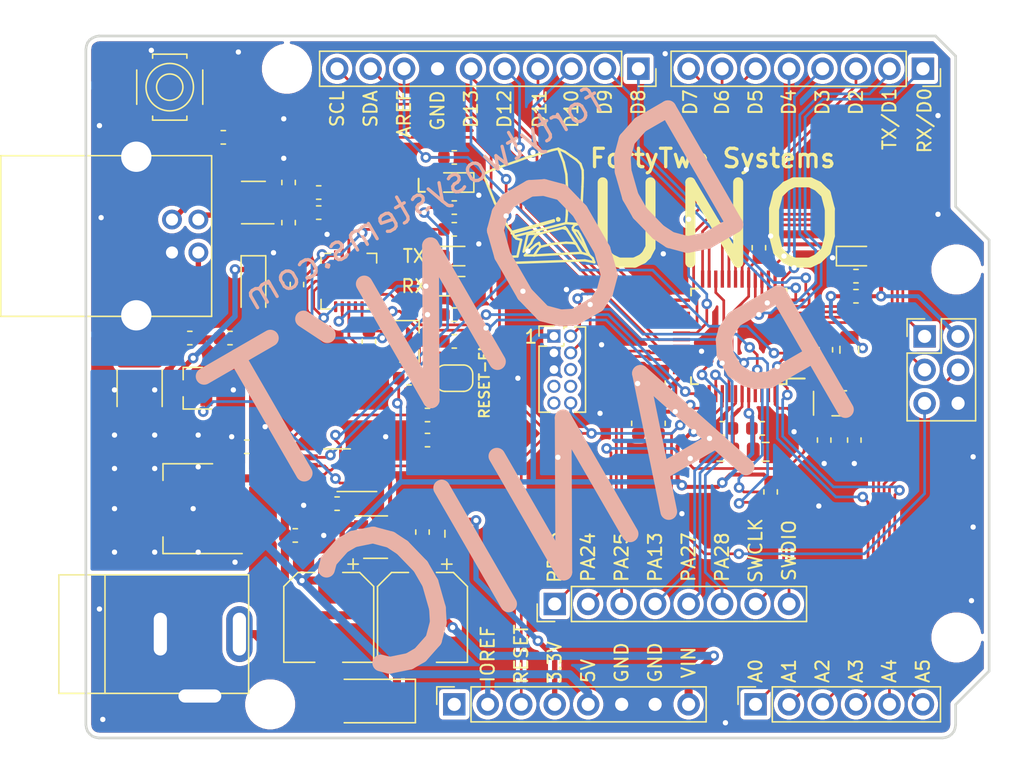
<source format=kicad_pcb>
(kicad_pcb (version 20171130) (host pcbnew "(5.1.6)-1")
  (layers (0 F.Cu signal) (31 B.Cu signal) (34 B.Paste user) (35 F.Paste user) (36 B.SilkS user) (37 F.SilkS user) (38 B.Mask user) (39 F.Mask user) (44 Edge.Cuts user))
  (net 0 "")
  (net 1 GND)
  (net 2 "Net-(C1-Pad1)")
  (net 3 "Net-(C2-Pad1)")
  (net 4 /SAM-~RESET~)
  (net 5 +5V)
  (net 6 "Net-(C5-Pad1)")
  (net 7 "Net-(C10-Pad1)")
  (net 8 "Net-(C13-Pad1)")
  (net 9 VBUS)
  (net 10 /USB/ESD-D+)
  (net 11 /USB/ESD-D-)
  (net 12 /USB/FTDI-3.3V)
  (net 13 "Net-(C19-Pad2)")
  (net 14 /USB/~RESET)
  (net 15 +12V)
  (net 16 +3V3)
  (net 17 /AREF)
  (net 18 "Net-(D1-Pad2)")
  (net 19 "Net-(D2-Pad2)")
  (net 20 "Net-(D3-Pad2)")
  (net 21 /USB/LED-RX)
  (net 22 "Net-(D4-Pad2)")
  (net 23 /USB/LED-TX)
  (net 24 "Net-(D5-Pad2)")
  (net 25 "Net-(F1-Pad2)")
  (net 26 /SWCLK)
  (net 27 /SWDIO)
  (net 28 /A0-DAC)
  (net 29 /A1)
  (net 30 /A2)
  (net 31 /A3)
  (net 32 /A4)
  (net 33 /A5)
  (net 34 /MOSI-CAN1-TX)
  (net 35 /SCK-CAN1-RX)
  (net 36 /MISO)
  (net 37 /PA28)
  (net 38 /PA27)
  (net 39 /PA13)
  (net 40 /CAN0-RX)
  (net 41 /CAN0-TX)
  (net 42 /PB03)
  (net 43 /SCL)
  (net 44 /SDA)
  (net 45 /D13)
  (net 46 /D12)
  (net 47 /D11)
  (net 48 /D10)
  (net 49 /D9)
  (net 50 /D8)
  (net 51 /D7)
  (net 52 /D6)
  (net 53 /D5)
  (net 54 /D4)
  (net 55 /D3)
  (net 56 /D2)
  (net 57 /D1)
  (net 58 /D0)
  (net 59 /USB/CON-D+)
  (net 60 /USB/CON-D-)
  (net 61 /USB/~DTR~)
  (net 62 "Net-(Q2-Pad1)")
  (net 63 "Net-(R1-Pad2)")
  (net 64 "Net-(R4-Pad1)")
  (net 65 /USB/FTDI-D-)
  (net 66 /USB/FTDI-D+)
  (net 67 "Net-(R12-Pad2)")
  (net 68 /USB-RX)
  (net 69 /USB-TX)
  (module Capacitor_SMD:C_0805_2012Metric (layer F.Cu) (at 27.94 -15.494 270)
    (fp_text reference C26 hide)
    (fp_text value 2.2uF)
    (pad 2 smd roundrect (at 0.9375 0 270) (size 0.975 1.4) (layers F.Cu F.Paste F.Mask) (net 1 GND))
    (pad 1 smd roundrect (at -0.9375 0 270) (size 0.975 1.4) (layers F.Cu F.Paste F.Mask) (net 16 +3V3))
  )
  (module FortyTwoLabs:USB-B-Amphenol-61729-1011BLF (layer F.Cu) (at 3.81 -38.1 270)
    (fp_text reference J8 hide)
    (fp_text value USB_B)
    (pad 4 thru_hole circle (at 1.25 -2.71 270) (size 1.5 1.5) (drill 0.92) (layers *.Cu *.Mask) (net 1 GND))
    (pad 3 thru_hole circle (at -1.25 -2.71 270) (size 1.5 1.5) (drill 0.92) (layers *.Cu *.Mask) (net 59 /USB/CON-D+))
    (pad 2 thru_hole circle (at -1.25 -4.71 270) (size 1.5 1.5) (drill 0.92) (layers *.Cu *.Mask) (net 60 /USB/CON-D-))
    (pad 5 thru_hole circle (at -6.02 0 270) (size 3 3) (drill oval 2.3) (layers *.Cu *.Mask) (net 1 GND))
    (pad 5 thru_hole circle (at 6.02 0 270) (size 3 3) (drill 2.3) (layers *.Cu *.Mask) (net 1 GND))
    (pad 1 thru_hole circle (at 1.25 -4.71 270) (size 1.5 1.5) (drill 0.92) (layers *.Cu *.Mask) (net 8 "Net-(C13-Pad1)"))
  )
  (module Crystal:Crystal_SMD_MicroCrystal_CC7V-T1A-2Pin_3.2x1.5mm (layer F.Cu) (at 57.15 -25.4)
    (fp_text reference Y1 hide)
    (fp_text value 32.768kHz)
    (pad 2 smd rect (at 1.25 0) (size 1 1.8) (layers F.Cu F.Paste F.Mask) (net 3 "Net-(C2-Pad1)"))
    (pad 1 smd rect (at -1.25 0) (size 1 1.8) (layers F.Cu F.Paste F.Mask) (net 2 "Net-(C1-Pad1)"))
  )
  (module Package_TO_SOT_SMD:SOT-23-5 (layer F.Cu) (at 21.971 -15.24)
    (fp_text reference U6 hide)
    (fp_text value LP2985-3.3)
    (pad 5 smd rect (at 1.1 -0.95) (size 1.06 0.65) (layers F.Cu F.Paste F.Mask) (net 16 +3V3))
    (pad 4 smd rect (at 1.1 0.95) (size 1.06 0.65) (layers F.Cu F.Paste F.Mask))
    (pad 3 smd rect (at -1.1 0.95) (size 1.06 0.65) (layers F.Cu F.Paste F.Mask) (net 5 +5V))
    (pad 2 smd rect (at -1.1 0) (size 1.06 0.65) (layers F.Cu F.Paste F.Mask) (net 1 GND))
    (pad 1 smd rect (at -1.1 -0.95) (size 1.06 0.65) (layers F.Cu F.Paste F.Mask) (net 5 +5V))
  )
  (module Package_TO_SOT_SMD:SOT-223-3_TabPin2 (layer F.Cu) (at 7.747 -17.399 180)
    (fp_text reference U5 hide)
    (fp_text value NCP1117-5.0)
    (pad 1 smd rect (at -3.15 -2.3 180) (size 2 1.5) (layers F.Cu F.Paste F.Mask) (net 1 GND))
    (pad 3 smd rect (at -3.15 2.3 180) (size 2 1.5) (layers F.Cu F.Paste F.Mask) (net 15 +12V))
    (pad 2 smd rect (at -3.15 0 180) (size 2 1.5) (layers F.Cu F.Paste F.Mask) (net 5 +5V))
    (pad 2 smd rect (at 3.15 0 180) (size 2 3.8) (layers F.Cu F.Paste F.Mask) (net 5 +5V))
  )
  (module Package_DFN_QFN:QFN-20-1EP_4x4mm_P0.5mm_EP2.5x2.5mm (layer F.Cu) (at 19.939 -34.671 180)
    (fp_text reference U4 hide)
    (fp_text value FT231XQ)
    (pad 21 smd rect (at 0 0 180) (size 2.5 2.5) (layers F.Cu F.Mask) (net 1 GND))
    (pad 20 smd roundrect (at -1 -1.9375 180) (size 0.25 0.825) (layers F.Cu F.Paste F.Mask) (net 12 /USB/FTDI-3.3V))
    (pad 19 smd roundrect (at -0.5 -1.9375 180) (size 0.25 0.825) (layers F.Cu F.Paste F.Mask))
    (pad 18 smd roundrect (at 0 -1.9375 180) (size 0.25 0.825) (layers F.Cu F.Paste F.Mask) (net 61 /USB/~DTR~))
    (pad 17 smd roundrect (at 0.5 -1.9375 180) (size 0.25 0.825) (layers F.Cu F.Paste F.Mask) (net 68 /USB-RX))
    (pad 16 smd roundrect (at 1 -1.9375 180) (size 0.25 0.825) (layers F.Cu F.Paste F.Mask))
    (pad 15 smd roundrect (at 1.9375 -1 180) (size 0.825 0.25) (layers F.Cu F.Paste F.Mask))
    (pad 14 smd roundrect (at 1.9375 -0.5 180) (size 0.825 0.25) (layers F.Cu F.Paste F.Mask) (net 21 /USB/LED-RX))
    (pad 13 smd roundrect (at 1.9375 0 180) (size 0.825 0.25) (layers F.Cu F.Paste F.Mask) (net 1 GND))
    (pad 12 smd roundrect (at 1.9375 0.5 180) (size 0.825 0.25) (layers F.Cu F.Paste F.Mask) (net 9 VBUS))
    (pad 11 smd roundrect (at 1.9375 1 180) (size 0.825 0.25) (layers F.Cu F.Paste F.Mask) (net 12 /USB/FTDI-3.3V))
    (pad 10 smd roundrect (at 1 1.9375 180) (size 0.25 0.825) (layers F.Cu F.Paste F.Mask) (net 12 /USB/FTDI-3.3V))
    (pad 9 smd roundrect (at 0.5 1.9375 180) (size 0.25 0.825) (layers F.Cu F.Paste F.Mask) (net 65 /USB/FTDI-D-))
    (pad 8 smd roundrect (at 0 1.9375 180) (size 0.25 0.825) (layers F.Cu F.Paste F.Mask) (net 66 /USB/FTDI-D+))
    (pad 7 smd roundrect (at -0.5 1.9375 180) (size 0.25 0.825) (layers F.Cu F.Paste F.Mask) (net 23 /USB/LED-TX))
    (pad 6 smd roundrect (at -1 1.9375 180) (size 0.25 0.825) (layers F.Cu F.Paste F.Mask))
    (pad 5 smd roundrect (at -1.9375 1 180) (size 0.825 0.25) (layers F.Cu F.Paste F.Mask))
    (pad 4 smd roundrect (at -1.9375 0.5 180) (size 0.825 0.25) (layers F.Cu F.Paste F.Mask))
    (pad 3 smd roundrect (at -1.9375 0 180) (size 0.825 0.25) (layers F.Cu F.Paste F.Mask) (net 1 GND))
    (pad 2 smd roundrect (at -1.9375 -0.5 180) (size 0.825 0.25) (layers F.Cu F.Paste F.Mask))
    (pad 1 smd roundrect (at -1.9375 -1 180) (size 0.825 0.25) (layers F.Cu F.Paste F.Mask) (net 69 /USB-TX))
  )
  (module Package_TO_SOT_SMD:SOT-23-6 (layer F.Cu) (at 12.7 -40.64 180)
    (fp_text reference U3 hide)
    (fp_text value USBLC6-2SC6)
    (pad 5 smd rect (at 1.1 0 180) (size 1.06 0.65) (layers F.Cu F.Paste F.Mask) (net 9 VBUS))
    (pad 6 smd rect (at 1.1 -0.95 180) (size 1.06 0.65) (layers F.Cu F.Paste F.Mask) (net 60 /USB/CON-D-))
    (pad 4 smd rect (at 1.1 0.95 180) (size 1.06 0.65) (layers F.Cu F.Paste F.Mask) (net 59 /USB/CON-D+))
    (pad 3 smd rect (at -1.1 0.95 180) (size 1.06 0.65) (layers F.Cu F.Paste F.Mask) (net 10 /USB/ESD-D+))
    (pad 2 smd rect (at -1.1 0 180) (size 1.06 0.65) (layers F.Cu F.Paste F.Mask) (net 1 GND))
    (pad 1 smd rect (at -1.1 -0.95 180) (size 1.06 0.65) (layers F.Cu F.Paste F.Mask) (net 11 /USB/ESD-D-))
  )
  (module Package_SO:VSSOP-8_3.0x3.0mm_P0.65mm (layer F.Cu) (at 19.05 -20.32 180)
    (fp_text reference U2 hide)
    (fp_text value LMV358)
    (pad 8 smd rect (at 2.2 -0.975 90) (size 0.45 1.45) (layers F.Cu F.Paste F.Mask) (net 5 +5V))
    (pad 7 smd rect (at 2.2 -0.325 90) (size 0.45 1.45) (layers F.Cu F.Paste F.Mask) (net 64 "Net-(R4-Pad1)"))
    (pad 6 smd rect (at 2.2 0.325 90) (size 0.45 1.45) (layers F.Cu F.Paste F.Mask) (net 64 "Net-(R4-Pad1)"))
    (pad 5 smd rect (at 2.2 0.975 90) (size 0.45 1.45) (layers F.Cu F.Paste F.Mask) (net 45 /D13))
    (pad 4 smd rect (at -2.2 0.975 90) (size 0.45 1.45) (layers F.Cu F.Paste F.Mask) (net 1 GND))
    (pad 3 smd rect (at -2.2 0.325 90) (size 0.45 1.45) (layers F.Cu F.Paste F.Mask) (net 67 "Net-(R12-Pad2)"))
    (pad 2 smd rect (at -2.2 -0.325 90) (size 0.45 1.45) (layers F.Cu F.Paste F.Mask) (net 16 +3V3))
    (pad 1 smd rect (at -2.2 -0.975 90) (size 0.45 1.45) (layers F.Cu F.Paste F.Mask) (net 62 "Net-(Q2-Pad1)"))
  )
  (module Package_QFP:TQFP-48_7x7mm_P0.5mm (layer F.Cu) (at 49.53 -30.48 180)
    (fp_text reference U1 hide)
    (fp_text value ATSAMC21G18A)
    (pad 48 smd rect (at -2.75 -4.35 270) (size 1.3 0.25) (layers F.Cu F.Paste F.Mask) (net 42 /PB03))
    (pad 47 smd rect (at -2.25 -4.35 270) (size 1.3 0.25) (layers F.Cu F.Paste F.Mask) (net 33 /A5))
    (pad 46 smd rect (at -1.75 -4.35 270) (size 1.3 0.25) (layers F.Cu F.Paste F.Mask) (net 27 /SWDIO))
    (pad 45 smd rect (at -1.25 -4.35 270) (size 1.3 0.25) (layers F.Cu F.Paste F.Mask) (net 26 /SWCLK))
    (pad 44 smd rect (at -0.75 -4.35 270) (size 1.3 0.25) (layers F.Cu F.Paste F.Mask) (net 5 +5V))
    (pad 43 smd rect (at -0.25 -4.35 270) (size 1.3 0.25) (layers F.Cu F.Paste F.Mask) (net 6 "Net-(C5-Pad1)"))
    (pad 42 smd rect (at 0.25 -4.35 270) (size 1.3 0.25) (layers F.Cu F.Paste F.Mask) (net 1 GND))
    (pad 41 smd rect (at 0.75 -4.35 270) (size 1.3 0.25) (layers F.Cu F.Paste F.Mask) (net 37 /PA28))
    (pad 40 smd rect (at 1.25 -4.35 270) (size 1.3 0.25) (layers F.Cu F.Paste F.Mask) (net 4 /SAM-~RESET~))
    (pad 39 smd rect (at 1.75 -4.35 270) (size 1.3 0.25) (layers F.Cu F.Paste F.Mask) (net 38 /PA27))
    (pad 38 smd rect (at 2.25 -4.35 270) (size 1.3 0.25) (layers F.Cu F.Paste F.Mask) (net 68 /USB-RX))
    (pad 37 smd rect (at 2.75 -4.35 270) (size 1.3 0.25) (layers F.Cu F.Paste F.Mask) (net 69 /USB-TX))
    (pad 36 smd rect (at 4.35 -2.75 180) (size 1.3 0.25) (layers F.Cu F.Paste F.Mask) (net 5 +5V))
    (pad 35 smd rect (at 4.35 -2.25 180) (size 1.3 0.25) (layers F.Cu F.Paste F.Mask) (net 1 GND))
    (pad 34 smd rect (at 4.35 -1.75 180) (size 1.3 0.25) (layers F.Cu F.Paste F.Mask) (net 40 /CAN0-RX))
    (pad 33 smd rect (at 4.35 -1.25 180) (size 1.3 0.25) (layers F.Cu F.Paste F.Mask) (net 41 /CAN0-TX))
    (pad 32 smd rect (at 4.35 -0.75 180) (size 1.3 0.25) (layers F.Cu F.Paste F.Mask) (net 43 /SCL))
    (pad 31 smd rect (at 4.35 -0.25 180) (size 1.3 0.25) (layers F.Cu F.Paste F.Mask) (net 44 /SDA))
    (pad 30 smd rect (at 4.35 0.25 180) (size 1.3 0.25) (layers F.Cu F.Paste F.Mask) (net 51 /D7))
    (pad 29 smd rect (at 4.35 0.75 180) (size 1.3 0.25) (layers F.Cu F.Paste F.Mask) (net 52 /D6))
    (pad 28 smd rect (at 4.35 1.25 180) (size 1.3 0.25) (layers F.Cu F.Paste F.Mask) (net 46 /D12))
    (pad 27 smd rect (at 4.35 1.75 180) (size 1.3 0.25) (layers F.Cu F.Paste F.Mask) (net 48 /D10))
    (pad 26 smd rect (at 4.35 2.25 180) (size 1.3 0.25) (layers F.Cu F.Paste F.Mask) (net 45 /D13))
    (pad 25 smd rect (at 4.35 2.75 180) (size 1.3 0.25) (layers F.Cu F.Paste F.Mask) (net 47 /D11))
    (pad 24 smd rect (at 2.75 4.35 270) (size 1.3 0.25) (layers F.Cu F.Paste F.Mask) (net 53 /D5))
    (pad 23 smd rect (at 2.25 4.35 270) (size 1.3 0.25) (layers F.Cu F.Paste F.Mask) (net 56 /D2))
    (pad 22 smd rect (at 1.75 4.35 270) (size 1.3 0.25) (layers F.Cu F.Paste F.Mask) (net 39 /PA13))
    (pad 21 smd rect (at 1.25 4.35 270) (size 1.3 0.25) (layers F.Cu F.Paste F.Mask) (net 36 /MISO))
    (pad 20 smd rect (at 0.75 4.35 270) (size 1.3 0.25) (layers F.Cu F.Paste F.Mask) (net 35 /SCK-CAN1-RX))
    (pad 19 smd rect (at 0.25 4.35 270) (size 1.3 0.25) (layers F.Cu F.Paste F.Mask) (net 34 /MOSI-CAN1-TX))
    (pad 18 smd rect (at -0.25 4.35 270) (size 1.3 0.25) (layers F.Cu F.Paste F.Mask) (net 1 GND))
    (pad 17 smd rect (at -0.75 4.35 270) (size 1.3 0.25) (layers F.Cu F.Paste F.Mask) (net 5 +5V))
    (pad 16 smd rect (at -1.25 4.35 270) (size 1.3 0.25) (layers F.Cu F.Paste F.Mask) (net 58 /D0))
    (pad 15 smd rect (at -1.75 4.35 270) (size 1.3 0.25) (layers F.Cu F.Paste F.Mask) (net 57 /D1))
    (pad 14 smd rect (at -2.25 4.35 270) (size 1.3 0.25) (layers F.Cu F.Paste F.Mask) (net 55 /D3))
    (pad 13 smd rect (at -2.75 4.35 270) (size 1.3 0.25) (layers F.Cu F.Paste F.Mask) (net 54 /D4))
    (pad 12 smd rect (at -4.35 2.75 180) (size 1.3 0.25) (layers F.Cu F.Paste F.Mask) (net 49 /D9))
    (pad 11 smd rect (at -4.35 2.25 180) (size 1.3 0.25) (layers F.Cu F.Paste F.Mask) (net 50 /D8))
    (pad 10 smd rect (at -4.35 1.75 180) (size 1.3 0.25) (layers F.Cu F.Paste F.Mask) (net 32 /A4))
    (pad 9 smd rect (at -4.35 1.25 180) (size 1.3 0.25) (layers F.Cu F.Paste F.Mask) (net 31 /A3))
    (pad 8 smd rect (at -4.35 0.75 180) (size 1.3 0.25) (layers F.Cu F.Paste F.Mask) (net 30 /A2))
    (pad 7 smd rect (at -4.35 0.25 180) (size 1.3 0.25) (layers F.Cu F.Paste F.Mask) (net 29 /A1))
    (pad 6 smd rect (at -4.35 -0.25 180) (size 1.3 0.25) (layers F.Cu F.Paste F.Mask) (net 7 "Net-(C10-Pad1)"))
    (pad 5 smd rect (at -4.35 -0.75 180) (size 1.3 0.25) (layers F.Cu F.Paste F.Mask) (net 1 GND))
    (pad 4 smd rect (at -4.35 -1.25 180) (size 1.3 0.25) (layers F.Cu F.Paste F.Mask) (net 17 /AREF))
    (pad 3 smd rect (at -4.35 -1.75 180) (size 1.3 0.25) (layers F.Cu F.Paste F.Mask) (net 28 /A0-DAC))
    (pad 2 smd rect (at -4.35 -2.25 180) (size 1.3 0.25) (layers F.Cu F.Paste F.Mask) (net 3 "Net-(C2-Pad1)"))
    (pad 1 smd rect (at -4.35 -2.75 180) (size 1.3 0.25) (layers F.Cu F.Paste F.Mask) (net 2 "Net-(C1-Pad1)"))
  )
  (module FortyTwoLabs:Button-CK-PTS525 (layer F.Cu) (at 6.35 -49.403)
    (fp_text reference SW1 hide)
    (fp_text value SW_SPST)
    (pad 2 smd rect (at 3.2 1.9) (size 1.6 1) (layers F.Cu F.Paste F.Mask) (net 63 "Net-(R1-Pad2)"))
    (pad 2 smd rect (at -3.2 1.9) (size 1.6 1) (layers F.Cu F.Paste F.Mask) (net 63 "Net-(R1-Pad2)"))
    (pad 1 smd rect (at 3.2 -1.9) (size 1.6 1) (layers F.Cu F.Paste F.Mask) (net 1 GND))
    (pad 1 smd rect (at -3.2 -1.9) (size 1.6 1) (layers F.Cu F.Paste F.Mask) (net 1 GND))
  )
  (module Resistor_SMD:R_0603_1608Metric (layer F.Cu) (at 25.908 -22.606 180)
    (fp_text reference R13 hide)
    (fp_text value 10k)
    (pad 2 smd roundrect (at 0.7875 0 180) (size 0.875 0.95) (layers F.Cu F.Paste F.Mask) (net 1 GND))
    (pad 1 smd roundrect (at -0.7875 0 180) (size 0.875 0.95) (layers F.Cu F.Paste F.Mask) (net 67 "Net-(R12-Pad2)"))
  )
  (module Resistor_SMD:R_0603_1608Metric (layer F.Cu) (at 25.908 -24.511)
    (fp_text reference R12 hide)
    (fp_text value 10k)
    (pad 2 smd roundrect (at 0.7875 0) (size 0.875 0.95) (layers F.Cu F.Paste F.Mask) (net 67 "Net-(R12-Pad2)"))
    (pad 1 smd roundrect (at -0.7875 0) (size 0.875 0.95) (layers F.Cu F.Paste F.Mask) (net 15 +12V))
  )
  (module Resistor_SMD:R_0603_1608Metric (layer F.Cu) (at 24.511 -27.305)
    (fp_text reference R11 hide)
    (fp_text value 10k)
    (pad 2 smd roundrect (at 0.7875 0) (size 0.875 0.95) (layers F.Cu F.Paste F.Mask) (net 13 "Net-(C19-Pad2)"))
    (pad 1 smd roundrect (at -0.7875 0) (size 0.875 0.95) (layers F.Cu F.Paste F.Mask) (net 5 +5V))
  )
  (module Resistor_SMD:R_0603_1608Metric (layer F.Cu) (at 21.463 -30.099 270)
    (fp_text reference R10 hide)
    (fp_text value 10k)
    (pad 2 smd roundrect (at 0.7875 0 270) (size 0.875 0.95) (layers F.Cu F.Paste F.Mask) (net 61 /USB/~DTR~))
    (pad 1 smd roundrect (at -0.7875 0 270) (size 0.875 0.95) (layers F.Cu F.Paste F.Mask) (net 12 /USB/FTDI-3.3V))
  )
  (module Resistor_SMD:R_0603_1608Metric (layer F.Cu) (at 27.94 -38.608)
    (fp_text reference R9 hide)
    (fp_text value 330r)
    (pad 2 smd roundrect (at 0.7875 0) (size 0.875 0.95) (layers F.Cu F.Paste F.Mask) (net 22 "Net-(D4-Pad2)"))
    (pad 1 smd roundrect (at -0.7875 0) (size 0.875 0.95) (layers F.Cu F.Paste F.Mask) (net 12 /USB/FTDI-3.3V))
  )
  (module Resistor_SMD:R_0603_1608Metric (layer F.Cu) (at 27.94 -32.131)
    (fp_text reference R8 hide)
    (fp_text value 330r)
    (pad 2 smd roundrect (at 0.7875 0) (size 0.875 0.95) (layers F.Cu F.Paste F.Mask) (net 20 "Net-(D3-Pad2)"))
    (pad 1 smd roundrect (at -0.7875 0) (size 0.875 0.95) (layers F.Cu F.Paste F.Mask) (net 12 /USB/FTDI-3.3V))
  )
  (module Resistor_SMD:R_0603_1608Metric (layer F.Cu) (at 17.653 -41.402 180)
    (fp_text reference R7 hide)
    (fp_text value 27r)
    (pad 2 smd roundrect (at 0.7875 0 180) (size 0.875 0.95) (layers F.Cu F.Paste F.Mask) (net 10 /USB/ESD-D+))
    (pad 1 smd roundrect (at -0.7875 0 180) (size 0.875 0.95) (layers F.Cu F.Paste F.Mask) (net 66 /USB/FTDI-D+))
  )
  (module Resistor_SMD:R_0603_1608Metric (layer F.Cu) (at 17.653 -39.878 180)
    (fp_text reference R6 hide)
    (fp_text value 27r)
    (pad 2 smd roundrect (at 0.7875 0 180) (size 0.875 0.95) (layers F.Cu F.Paste F.Mask) (net 11 /USB/ESD-D-))
    (pad 1 smd roundrect (at -0.7875 0 180) (size 0.875 0.95) (layers F.Cu F.Paste F.Mask) (net 65 /USB/FTDI-D-))
  )
  (module Resistor_SMD:R_0603_1608Metric (layer F.Cu) (at 58.42 -35.052)
    (fp_text reference R5 hide)
    (fp_text value 1k)
    (pad 2 smd roundrect (at 0.7875 0) (size 0.875 0.95) (layers F.Cu F.Paste F.Mask) (net 19 "Net-(D2-Pad2)"))
    (pad 1 smd roundrect (at -0.7875 0) (size 0.875 0.95) (layers F.Cu F.Paste F.Mask) (net 5 +5V))
  )
  (module Resistor_SMD:R_0603_1608Metric (layer F.Cu) (at 27.94 -40.259)
    (fp_text reference R4 hide)
    (fp_text value 1k)
    (pad 2 smd roundrect (at 0.7875 0) (size 0.875 0.95) (layers F.Cu F.Paste F.Mask) (net 18 "Net-(D1-Pad2)"))
    (pad 1 smd roundrect (at -0.7875 0) (size 0.875 0.95) (layers F.Cu F.Paste F.Mask) (net 64 "Net-(R4-Pad1)"))
  )
  (module Resistor_SMD:R_0603_1608Metric (layer F.Cu) (at 51.943 -18.669 270)
    (fp_text reference R3 hide)
    (fp_text value 1k)
    (pad 2 smd roundrect (at 0.7875 0 270) (size 0.875 0.95) (layers F.Cu F.Paste F.Mask) (net 26 /SWCLK))
    (pad 1 smd roundrect (at -0.7875 0 270) (size 0.875 0.95) (layers F.Cu F.Paste F.Mask) (net 5 +5V))
  )
  (module Resistor_SMD:R_0603_1608Metric (layer F.Cu) (at 43.434 -23.876 90)
    (fp_text reference R2 hide)
    (fp_text value 10k)
    (pad 2 smd roundrect (at 0.7875 0 90) (size 0.875 0.95) (layers F.Cu F.Paste F.Mask) (net 5 +5V))
    (pad 1 smd roundrect (at -0.7875 0 90) (size 0.875 0.95) (layers F.Cu F.Paste F.Mask) (net 4 /SAM-~RESET~))
  )
  (module Resistor_SMD:R_0603_1608Metric (layer F.Cu) (at 10.414 -45.593 180)
    (fp_text reference R1 hide)
    (fp_text value 330r)
    (pad 2 smd roundrect (at 0.7875 0 180) (size 0.875 0.95) (layers F.Cu F.Paste F.Mask) (net 63 "Net-(R1-Pad2)"))
    (pad 1 smd roundrect (at -0.7875 0 180) (size 0.875 0.95) (layers F.Cu F.Paste F.Mask) (net 4 /SAM-~RESET~))
  )
  (module Package_TO_SOT_SMD:SOT-23 (layer F.Cu) (at 8.128 -26.543 180)
    (fp_text reference Q2 hide)
    (fp_text value DMP3098L)
    (pad 3 smd rect (at 1 0 180) (size 0.9 0.8) (layers F.Cu F.Paste F.Mask) (net 9 VBUS))
    (pad 2 smd rect (at -1 0.95 180) (size 0.9 0.8) (layers F.Cu F.Paste F.Mask) (net 5 +5V))
    (pad 1 smd rect (at -1 -0.95 180) (size 0.9 0.8) (layers F.Cu F.Paste F.Mask) (net 62 "Net-(Q2-Pad1)"))
  )
  (module Package_TO_SOT_SMD:SOT-23 (layer F.Cu) (at 24.511 -30.099)
    (fp_text reference Q1 hide)
    (fp_text value 2N7002)
    (pad 3 smd rect (at 1 0) (size 0.9 0.8) (layers F.Cu F.Paste F.Mask) (net 13 "Net-(C19-Pad2)"))
    (pad 2 smd rect (at -1 0.95) (size 0.9 0.8) (layers F.Cu F.Paste F.Mask) (net 61 /USB/~DTR~))
    (pad 1 smd rect (at -1 -0.95) (size 0.9 0.8) (layers F.Cu F.Paste F.Mask) (net 12 /USB/FTDI-3.3V))
  )
  (module Jumper:SolderJumper-2_P1.3mm_Bridged_RoundedPad1.0x1.5mm (layer F.Cu) (at 27.94 -27.305)
    (fp_text reference JP1 hide)
    (fp_text value RESET-EN)
    (fp_poly (pts (xy 0.25 -0.3) (xy -0.25 -0.3) (xy -0.25 0.3) (xy 0.25 0.3)) (layer F.Cu) (width 0))
    (pad 1 smd custom (at -0.65 0) (size 1 0.5) (layers F.Cu F.Mask) (net 14 /USB/~RESET) (options (clearance outline) (anchor rect)) (primitives (gr_circle (center 0 0.25) (end 0.5 0.25) (width 0)) (gr_circle (center 0 -0.25) (end 0.5 -0.25) (width 0)) (gr_poly (pts (xy 0 -0.75) (xy 0.5 -0.75) (xy 0.5 0.75) (xy 0 0.75)) (width 0))))
    (pad 2 smd custom (at 0.65 0) (size 1 0.5) (layers F.Cu F.Mask) (net 4 /SAM-~RESET~) (options (clearance outline) (anchor rect)) (primitives (gr_circle (center 0 0.25) (end 0.5 0.25) (width 0)) (gr_circle (center 0 -0.25) (end 0.5 -0.25) (width 0)) (gr_poly (pts (xy 0 -0.75) (xy -0.5 -0.75) (xy -0.5 0.75) (xy 0 0.75)) (width 0))))
  )
  (module FortyTwoLabs:Barrel-Jack-PJ-202A (layer F.Cu) (at 8.636 -7.874 270)
    (fp_text reference J9 hide)
    (fp_text value PJ-202A)
    (pad 1 thru_hole oval (at 0 -3 270) (size 4.25 2) (drill oval 3.25 1) (layers *.Cu *.Mask) (net 24 "Net-(D5-Pad2)"))
    (pad 2 thru_hole oval (at 0 3 270) (size 4.25 2) (drill oval 3.25 1) (layers *.Cu *.Mask) (net 1 GND))
    (pad 3 thru_hole oval (at 4.7 0 270) (size 2 4.25) (drill oval 1 3.25) (layers *.Cu *.Mask) (net 1 GND))
  )
  (module Connector_PinSocket_2.54mm:PinSocket_1x08_P2.54mm_Vertical (layer F.Cu) (at 63.5 -50.8 270)
    (fp_text reference J7 hide)
    (fp_text value DIGITAL-LOW)
    (pad 8 thru_hole oval (at 0 17.78 270) (size 1.7 1.7) (drill 1) (layers *.Cu *.Mask) (net 51 /D7))
    (pad 7 thru_hole oval (at 0 15.24 270) (size 1.7 1.7) (drill 1) (layers *.Cu *.Mask) (net 52 /D6))
    (pad 6 thru_hole oval (at 0 12.7 270) (size 1.7 1.7) (drill 1) (layers *.Cu *.Mask) (net 53 /D5))
    (pad 5 thru_hole oval (at 0 10.16 270) (size 1.7 1.7) (drill 1) (layers *.Cu *.Mask) (net 54 /D4))
    (pad 4 thru_hole oval (at 0 7.62 270) (size 1.7 1.7) (drill 1) (layers *.Cu *.Mask) (net 55 /D3))
    (pad 3 thru_hole oval (at 0 5.08 270) (size 1.7 1.7) (drill 1) (layers *.Cu *.Mask) (net 56 /D2))
    (pad 2 thru_hole oval (at 0 2.54 270) (size 1.7 1.7) (drill 1) (layers *.Cu *.Mask) (net 57 /D1))
    (pad 1 thru_hole rect (at 0 0 270) (size 1.7 1.7) (drill 1) (layers *.Cu *.Mask) (net 58 /D0))
  )
  (module Connector_PinSocket_2.54mm:PinSocket_1x10_P2.54mm_Vertical (layer F.Cu) (at 41.91 -50.8 270)
    (fp_text reference J6 hide)
    (fp_text value DIGITAL-HIGH)
    (pad 10 thru_hole oval (at 0 22.86 270) (size 1.7 1.7) (drill 1) (layers *.Cu *.Mask) (net 43 /SCL))
    (pad 9 thru_hole oval (at 0 20.32 270) (size 1.7 1.7) (drill 1) (layers *.Cu *.Mask) (net 44 /SDA))
    (pad 8 thru_hole oval (at 0 17.78 270) (size 1.7 1.7) (drill 1) (layers *.Cu *.Mask) (net 17 /AREF))
    (pad 7 thru_hole oval (at 0 15.24 270) (size 1.7 1.7) (drill 1) (layers *.Cu *.Mask) (net 1 GND))
    (pad 6 thru_hole oval (at 0 12.7 270) (size 1.7 1.7) (drill 1) (layers *.Cu *.Mask) (net 45 /D13))
    (pad 5 thru_hole oval (at 0 10.16 270) (size 1.7 1.7) (drill 1) (layers *.Cu *.Mask) (net 46 /D12))
    (pad 4 thru_hole oval (at 0 7.62 270) (size 1.7 1.7) (drill 1) (layers *.Cu *.Mask) (net 47 /D11))
    (pad 3 thru_hole oval (at 0 5.08 270) (size 1.7 1.7) (drill 1) (layers *.Cu *.Mask) (net 48 /D10))
    (pad 2 thru_hole oval (at 0 2.54 270) (size 1.7 1.7) (drill 1) (layers *.Cu *.Mask) (net 49 /D9))
    (pad 1 thru_hole rect (at 0 0 270) (size 1.7 1.7) (drill 1) (layers *.Cu *.Mask) (net 50 /D8))
  )
  (module Connector_PinHeader_2.54mm:PinHeader_1x08_P2.54mm_Vertical (layer F.Cu) (at 35.56 -10.16 90)
    (fp_text reference J5 hide)
    (fp_text value Conn_01x08)
    (pad 8 thru_hole oval (at 0 17.78 90) (size 1.7 1.7) (drill 1) (layers *.Cu *.Mask) (net 27 /SWDIO))
    (pad 7 thru_hole oval (at 0 15.24 90) (size 1.7 1.7) (drill 1) (layers *.Cu *.Mask) (net 26 /SWCLK))
    (pad 6 thru_hole oval (at 0 12.7 90) (size 1.7 1.7) (drill 1) (layers *.Cu *.Mask) (net 37 /PA28))
    (pad 5 thru_hole oval (at 0 10.16 90) (size 1.7 1.7) (drill 1) (layers *.Cu *.Mask) (net 38 /PA27))
    (pad 4 thru_hole oval (at 0 7.62 90) (size 1.7 1.7) (drill 1) (layers *.Cu *.Mask) (net 39 /PA13))
    (pad 3 thru_hole oval (at 0 5.08 90) (size 1.7 1.7) (drill 1) (layers *.Cu *.Mask) (net 40 /CAN0-RX))
    (pad 2 thru_hole oval (at 0 2.54 90) (size 1.7 1.7) (drill 1) (layers *.Cu *.Mask) (net 41 /CAN0-TX))
    (pad 1 thru_hole rect (at 0 0 90) (size 1.7 1.7) (drill 1) (layers *.Cu *.Mask) (net 42 /PB03))
  )
  (module Connector_PinHeader_2.54mm:PinHeader_2x03_P2.54mm_Vertical (layer F.Cu) (at 63.627 -30.48)
    (fp_text reference J4 hide)
    (fp_text value ICSP)
    (pad 6 thru_hole oval (at 2.54 5.08) (size 1.7 1.7) (drill 1) (layers *.Cu *.Mask) (net 1 GND))
    (pad 5 thru_hole oval (at 0 5.08) (size 1.7 1.7) (drill 1) (layers *.Cu *.Mask) (net 4 /SAM-~RESET~))
    (pad 4 thru_hole oval (at 2.54 2.54) (size 1.7 1.7) (drill 1) (layers *.Cu *.Mask) (net 34 /MOSI-CAN1-TX))
    (pad 3 thru_hole oval (at 0 2.54) (size 1.7 1.7) (drill 1) (layers *.Cu *.Mask) (net 35 /SCK-CAN1-RX))
    (pad 2 thru_hole oval (at 2.54 0) (size 1.7 1.7) (drill 1) (layers *.Cu *.Mask) (net 5 +5V))
    (pad 1 thru_hole rect (at 0 0) (size 1.7 1.7) (drill 1) (layers *.Cu *.Mask) (net 36 /MISO))
  )
  (module Connector_PinSocket_2.54mm:PinSocket_1x06_P2.54mm_Vertical (layer F.Cu) (at 50.8 -2.54 90)
    (fp_text reference J3 hide)
    (fp_text value ANALOG)
    (pad 6 thru_hole oval (at 0 12.7 90) (size 1.7 1.7) (drill 1) (layers *.Cu *.Mask) (net 33 /A5))
    (pad 5 thru_hole oval (at 0 10.16 90) (size 1.7 1.7) (drill 1) (layers *.Cu *.Mask) (net 32 /A4))
    (pad 4 thru_hole oval (at 0 7.62 90) (size 1.7 1.7) (drill 1) (layers *.Cu *.Mask) (net 31 /A3))
    (pad 3 thru_hole oval (at 0 5.08 90) (size 1.7 1.7) (drill 1) (layers *.Cu *.Mask) (net 30 /A2))
    (pad 2 thru_hole oval (at 0 2.54 90) (size 1.7 1.7) (drill 1) (layers *.Cu *.Mask) (net 29 /A1))
    (pad 1 thru_hole rect (at 0 0 90) (size 1.7 1.7) (drill 1) (layers *.Cu *.Mask) (net 28 /A0-DAC))
  )
  (module Connector_PinSocket_2.54mm:PinSocket_1x08_P2.54mm_Vertical (layer F.Cu) (at 27.94 -2.54 90)
    (fp_text reference J2 hide)
    (fp_text value POWER)
    (pad 8 thru_hole oval (at 0 17.78 90) (size 1.7 1.7) (drill 1) (layers *.Cu *.Mask) (net 15 +12V))
    (pad 7 thru_hole oval (at 0 15.24 90) (size 1.7 1.7) (drill 1) (layers *.Cu *.Mask) (net 1 GND))
    (pad 6 thru_hole oval (at 0 12.7 90) (size 1.7 1.7) (drill 1) (layers *.Cu *.Mask) (net 1 GND))
    (pad 5 thru_hole oval (at 0 10.16 90) (size 1.7 1.7) (drill 1) (layers *.Cu *.Mask) (net 5 +5V))
    (pad 4 thru_hole oval (at 0 7.62 90) (size 1.7 1.7) (drill 1) (layers *.Cu *.Mask) (net 16 +3V3))
    (pad 3 thru_hole oval (at 0 5.08 90) (size 1.7 1.7) (drill 1) (layers *.Cu *.Mask) (net 4 /SAM-~RESET~))
    (pad 2 thru_hole oval (at 0 2.54 90) (size 1.7 1.7) (drill 1) (layers *.Cu *.Mask) (net 5 +5V))
    (pad 1 thru_hole rect (at 0 0 90) (size 1.7 1.7) (drill 1) (layers *.Cu *.Mask))
  )
  (module Connector_PinHeader_1.27mm:PinHeader_2x05_P1.27mm_Vertical (layer F.Cu) (at 35.5 -30.5)
    (fp_text reference J1 hide)
    (fp_text value JTAG)
    (pad 10 thru_hole oval (at 1.27 5.08) (size 1 1) (drill 0.65) (layers *.Cu *.Mask) (net 4 /SAM-~RESET~))
    (pad 9 thru_hole oval (at 0 5.08) (size 1 1) (drill 0.65) (layers *.Cu *.Mask))
    (pad 8 thru_hole oval (at 1.27 3.81) (size 1 1) (drill 0.65) (layers *.Cu *.Mask))
    (pad 7 thru_hole oval (at 0 3.81) (size 1 1) (drill 0.65) (layers *.Cu *.Mask))
    (pad 6 thru_hole oval (at 1.27 2.54) (size 1 1) (drill 0.65) (layers *.Cu *.Mask))
    (pad 5 thru_hole oval (at 0 2.54) (size 1 1) (drill 0.65) (layers *.Cu *.Mask) (net 1 GND))
    (pad 4 thru_hole oval (at 1.27 1.27) (size 1 1) (drill 0.65) (layers *.Cu *.Mask) (net 26 /SWCLK))
    (pad 3 thru_hole oval (at 0 1.27) (size 1 1) (drill 0.65) (layers *.Cu *.Mask) (net 1 GND))
    (pad 2 thru_hole oval (at 1.27 0) (size 1 1) (drill 0.65) (layers *.Cu *.Mask) (net 27 /SWDIO))
    (pad 1 thru_hole rect (at 0 0) (size 1 1) (drill 0.65) (layers *.Cu *.Mask) (net 5 +5V))
  )
  (module MountingHole:MountingHole_3.2mm_M3 (layer F.Cu) (at 66.04 -7.62)
    (fp_text reference H4 hide)
    (fp_text value MountingHole)
    (pad 1 np_thru_hole circle (at 0 0) (size 3.2 3.2) (drill 3.2) (layers *.Cu *.Mask))
  )
  (module MountingHole:MountingHole_3.2mm_M3 (layer F.Cu) (at 13.97 -2.54)
    (fp_text reference H3 hide)
    (fp_text value MountingHole)
    (pad 1 np_thru_hole circle (at 0 0) (size 3.2 3.2) (drill 3.2) (layers *.Cu *.Mask))
  )
  (module MountingHole:MountingHole_3.2mm_M3 (layer F.Cu) (at 66.04 -35.56)
    (fp_text reference H2 hide)
    (fp_text value MountingHole)
    (pad 1 np_thru_hole circle (at 0 0) (size 3.2 3.2) (drill 3.2) (layers *.Cu *.Mask))
  )
  (module MountingHole:MountingHole_3.2mm_M3 (layer F.Cu) (at 15.24 -50.8)
    (fp_text reference H1 hide)
    (fp_text value MountingHole)
    (pad 1 np_thru_hole circle (at 0 0) (size 3.2 3.2) (drill 3.2) (layers *.Cu *.Mask))
  )
  (module Fiducial:Fiducial_0.75mm_Mask1.5mm (layer F.Cu) (at 66.04 -3.81)
    (fp_text reference FID2 hide)
    (fp_text value Fiducial)
    (pad "" smd circle (at 0 0) (size 0.75 0.75) (layers F.Cu F.Mask) (clearance 0.375))
  )
  (module Fiducial:Fiducial_0.75mm_Mask1.5mm (layer F.Cu) (at 1.27 -49.53)
    (fp_text reference FID1 hide)
    (fp_text value Fiducial)
    (pad "" smd circle (at 0 0) (size 0.75 0.75) (layers F.Cu F.Mask) (clearance 0.375))
  )
  (module Resistor_SMD:R_0603_1608Metric (layer F.Cu) (at 7.874 -30.353)
    (fp_text reference FB2 hide)
    (fp_text value 470r)
    (pad 2 smd roundrect (at 0.7875 0) (size 0.875 0.95) (layers F.Cu F.Paste F.Mask) (net 8 "Net-(C13-Pad1)"))
    (pad 1 smd roundrect (at -0.7875 0) (size 0.875 0.95) (layers F.Cu F.Paste F.Mask) (net 25 "Net-(F1-Pad2)"))
  )
  (module Resistor_SMD:R_0603_1608Metric (layer F.Cu) (at 58.42 -33.528 180)
    (fp_text reference FB1 hide)
    (fp_text value 470r)
    (pad 2 smd roundrect (at 0.7875 0 180) (size 0.875 0.95) (layers F.Cu F.Paste F.Mask) (net 7 "Net-(C10-Pad1)"))
    (pad 1 smd roundrect (at -0.7875 0 180) (size 0.875 0.95) (layers F.Cu F.Paste F.Mask) (net 5 +5V))
  )
  (module Fuse:Fuse_1812_4532Metric (layer F.Cu) (at 4.064 -26.543 90)
    (fp_text reference F1 hide)
    (fp_text value MF-MSMF050-2)
    (pad 2 smd roundrect (at 2.1375 0 90) (size 1.125 3.4) (layers F.Cu F.Paste F.Mask) (roundrect_rratio 0.222222) (net 25 "Net-(F1-Pad2)"))
    (pad 1 smd roundrect (at -2.1375 0 90) (size 1.125 3.4) (layers F.Cu F.Paste F.Mask) (roundrect_rratio 0.222222) (net 9 VBUS))
  )
  (module Diode_SMD:D_SMA (layer F.Cu) (at 21.59 -2.794 180)
    (fp_text reference D5 hide)
    (fp_text value M7)
    (pad 2 smd rect (at 2 0 180) (size 2.5 1.8) (layers F.Cu F.Paste F.Mask) (net 24 "Net-(D5-Pad2)"))
    (pad 1 smd rect (at -2 0 180) (size 2.5 1.8) (layers F.Cu F.Paste F.Mask) (net 15 +12V))
  )
  (module LED_SMD:LED_0603_1608Metric (layer F.Cu) (at 27.94 -36.576)
    (fp_text reference D4 hide)
    (fp_text value YLW)
    (pad 2 smd roundrect (at 0.7875 0) (size 0.875 0.95) (layers F.Cu F.Paste F.Mask) (net 22 "Net-(D4-Pad2)"))
    (pad 1 smd roundrect (at -0.7875 0) (size 0.875 0.95) (layers F.Cu F.Paste F.Mask) (net 23 /USB/LED-TX))
  )
  (module LED_SMD:LED_0603_1608Metric (layer F.Cu) (at 27.94 -34.29)
    (fp_text reference D3 hide)
    (fp_text value YLW)
    (pad 2 smd roundrect (at 0.7875 0) (size 0.875 0.95) (layers F.Cu F.Paste F.Mask) (net 20 "Net-(D3-Pad2)"))
    (pad 1 smd roundrect (at -0.7875 0) (size 0.875 0.95) (layers F.Cu F.Paste F.Mask) (net 21 /USB/LED-RX))
  )
  (module LED_SMD:LED_0603_1608Metric (layer F.Cu) (at 58.42 -36.576)
    (fp_text reference D2 hide)
    (fp_text value YELLOW)
    (pad 2 smd roundrect (at 0.7875 0) (size 0.875 0.95) (layers F.Cu F.Paste F.Mask) (net 19 "Net-(D2-Pad2)"))
    (pad 1 smd roundrect (at -0.7875 0) (size 0.875 0.95) (layers F.Cu F.Paste F.Mask) (net 1 GND))
  )
  (module LED_SMD:LED_0603_1608Metric (layer F.Cu) (at 27.94 -42.164 180)
    (fp_text reference D1 hide)
    (fp_text value YELLOW)
    (pad 2 smd roundrect (at 0.7875 0 180) (size 0.875 0.95) (layers F.Cu F.Paste F.Mask) (net 18 "Net-(D1-Pad2)"))
    (pad 1 smd roundrect (at -0.7875 0 180) (size 0.875 0.95) (layers F.Cu F.Paste F.Mask) (net 1 GND))
  )
  (module Capacitor_SMD:C_0603_1608Metric (layer F.Cu) (at 27.94 -44.069)
    (fp_text reference C27 hide)
    (fp_text value 0.1uF)
    (pad 2 smd roundrect (at 0.7875 0) (size 0.875 0.95) (layers F.Cu F.Paste F.Mask) (net 1 GND))
    (pad 1 smd roundrect (at -0.7875 0) (size 0.875 0.95) (layers F.Cu F.Paste F.Mask) (net 17 /AREF))
  )
  (module Capacitor_SMD:C_0603_1608Metric (layer F.Cu) (at 25.527 -15.621 270)
    (fp_text reference C25 hide)
    (fp_text value 0.1uF)
    (pad 2 smd roundrect (at 0.7875 0 270) (size 0.875 0.95) (layers F.Cu F.Paste F.Mask) (net 1 GND))
    (pad 1 smd roundrect (at -0.7875 0 270) (size 0.875 0.95) (layers F.Cu F.Paste F.Mask) (net 16 +3V3))
  )
  (module Capacitor_SMD:C_0603_1608Metric (layer F.Cu) (at 19.05 -17.78)
    (fp_text reference C24 hide)
    (fp_text value 0.1uF)
    (pad 2 smd roundrect (at 0.7875 0) (size 0.875 0.95) (layers F.Cu F.Paste F.Mask) (net 1 GND))
    (pad 1 smd roundrect (at -0.7875 0) (size 0.875 0.95) (layers F.Cu F.Paste F.Mask) (net 5 +5V))
  )
  (module Capacitor_SMD:C_0603_1608Metric (layer F.Cu) (at 12.192 -22.098)
    (fp_text reference C23 hide)
    (fp_text value 0.1uF)
    (pad 2 smd roundrect (at 0.7875 0) (size 0.875 0.95) (layers F.Cu F.Paste F.Mask) (net 1 GND))
    (pad 1 smd roundrect (at -0.7875 0) (size 0.875 0.95) (layers F.Cu F.Paste F.Mask) (net 5 +5V))
  )
  (module Capacitor_SMD:CP_Elec_6.3x5.4 (layer F.Cu) (at 18.415 -9.144 270)
    (fp_text reference C22 hide)
    (fp_text value 47uF)
    (pad 2 smd roundrect (at 2.8 0 270) (size 3.5 1.6) (layers F.Cu F.Paste F.Mask) (roundrect_rratio 0.15625) (net 1 GND))
    (pad 1 smd roundrect (at -2.8 0 270) (size 3.5 1.6) (layers F.Cu F.Paste F.Mask) (roundrect_rratio 0.15625) (net 5 +5V))
  )
  (module Capacitor_SMD:CP_Elec_6.3x5.4 (layer F.Cu) (at 25.527 -9.144 270)
    (fp_text reference C21 hide)
    (fp_text value 47uF)
    (pad 2 smd roundrect (at 2.8 0 270) (size 3.5 1.6) (layers F.Cu F.Paste F.Mask) (roundrect_rratio 0.15625) (net 1 GND))
    (pad 1 smd roundrect (at -2.8 0 270) (size 3.5 1.6) (layers F.Cu F.Paste F.Mask) (roundrect_rratio 0.15625) (net 15 +12V))
  )
  (module Capacitor_SMD:C_0603_1608Metric (layer F.Cu) (at 15.875 -15.367)
    (fp_text reference C20 hide)
    (fp_text value 0.1uF)
    (pad 2 smd roundrect (at 0.7875 0) (size 0.875 0.95) (layers F.Cu F.Paste F.Mask) (net 1 GND))
    (pad 1 smd roundrect (at -0.7875 0) (size 0.875 0.95) (layers F.Cu F.Paste F.Mask) (net 15 +12V))
  )
  (module Capacitor_SMD:C_0603_1608Metric (layer F.Cu) (at 27.94 -30.099 180)
    (fp_text reference C19 hide)
    (fp_text value 0.1uF)
    (pad 2 smd roundrect (at 0.7875 0 180) (size 0.875 0.95) (layers F.Cu F.Paste F.Mask) (net 13 "Net-(C19-Pad2)"))
    (pad 1 smd roundrect (at -0.7875 0 180) (size 0.875 0.95) (layers F.Cu F.Paste F.Mask) (net 14 /USB/~RESET))
  )
  (module Capacitor_SMD:C_0603_1608Metric (layer F.Cu) (at 16.002 -34.417 270)
    (fp_text reference C18 hide)
    (fp_text value 0.1uF)
    (pad 2 smd roundrect (at 0.7875 0 270) (size 0.875 0.95) (layers F.Cu F.Paste F.Mask) (net 1 GND))
    (pad 1 smd roundrect (at -0.7875 0 270) (size 0.875 0.95) (layers F.Cu F.Paste F.Mask) (net 12 /USB/FTDI-3.3V))
  )
  (module Capacitor_SMD:C_0603_1608Metric (layer F.Cu) (at 15.367 -39.116 270)
    (fp_text reference C17 hide)
    (fp_text value 47pF)
    (pad 2 smd roundrect (at 0.7875 0 270) (size 0.875 0.95) (layers F.Cu F.Paste F.Mask) (net 1 GND))
    (pad 1 smd roundrect (at -0.7875 0 270) (size 0.875 0.95) (layers F.Cu F.Paste F.Mask) (net 11 /USB/ESD-D-))
  )
  (module Capacitor_SMD:C_0603_1608Metric (layer F.Cu) (at 15.367 -42.164 90)
    (fp_text reference C16 hide)
    (fp_text value 47pF)
    (pad 2 smd roundrect (at 0.7875 0 90) (size 0.875 0.95) (layers F.Cu F.Paste F.Mask) (net 1 GND))
    (pad 1 smd roundrect (at -0.7875 0 90) (size 0.875 0.95) (layers F.Cu F.Paste F.Mask) (net 10 /USB/ESD-D+))
  )
  (module Capacitor_SMD:C_0603_1608Metric (layer F.Cu) (at 14.478 -34.417 270)
    (fp_text reference C15 hide)
    (fp_text value 0.1uF)
    (pad 2 smd roundrect (at 0.7875 0 270) (size 0.875 0.95) (layers F.Cu F.Paste F.Mask) (net 1 GND))
    (pad 1 smd roundrect (at -0.7875 0 270) (size 0.875 0.95) (layers F.Cu F.Paste F.Mask) (net 9 VBUS))
  )
  (module Capacitor_Tantalum_SMD:CP_EIA-3216-18_Kemet-A (layer F.Cu) (at 12.7 -34.29 270)
    (fp_text reference C14 hide)
    (fp_text value 4.7uF)
    (pad 2 smd roundrect (at 1.35 0 270) (size 1.4 1.35) (layers F.Cu F.Paste F.Mask) (roundrect_rratio 0.185185) (net 1 GND))
    (pad 1 smd roundrect (at -1.35 0 270) (size 1.4 1.35) (layers F.Cu F.Paste F.Mask) (roundrect_rratio 0.185185) (net 9 VBUS))
  )
  (module Capacitor_SMD:C_0603_1608Metric (layer F.Cu) (at 10.922 -30.353)
    (fp_text reference C13 hide)
    (fp_text value 0.01uF)
    (pad 2 smd roundrect (at 0.7875 0) (size 0.875 0.95) (layers F.Cu F.Paste F.Mask) (net 1 GND))
    (pad 1 smd roundrect (at -0.7875 0) (size 0.875 0.95) (layers F.Cu F.Paste F.Mask) (net 8 "Net-(C13-Pad1)"))
  )
  (module Capacitor_SMD:C_0805_2012Metric (layer F.Cu) (at 57.912 -29.464 270)
    (fp_text reference C12 hide)
    (fp_text value 10uF)
    (pad 2 smd roundrect (at 0.9375 0 270) (size 0.975 1.4) (layers F.Cu F.Paste F.Mask) (net 1 GND))
    (pad 1 smd roundrect (at -0.9375 0 270) (size 0.975 1.4) (layers F.Cu F.Paste F.Mask) (net 7 "Net-(C10-Pad1)"))
  )
  (module Capacitor_SMD:C_0603_1608Metric (layer F.Cu) (at 56.134 -29.464 270)
    (fp_text reference C10 hide)
    (fp_text value 0.1uF)
    (pad 2 smd roundrect (at 0.7875 0 270) (size 0.875 0.95) (layers F.Cu F.Paste F.Mask) (net 1 GND))
    (pad 1 smd roundrect (at -0.7875 0 270) (size 0.875 0.95) (layers F.Cu F.Paste F.Mask) (net 7 "Net-(C10-Pad1)"))
  )
  (module Capacitor_SMD:C_0603_1608Metric (layer F.Cu) (at 51.054 -37.211 90)
    (fp_text reference C9 hide)
    (fp_text value 0.1uF)
    (pad 2 smd roundrect (at 0.7875 0 90) (size 0.875 0.95) (layers F.Cu F.Paste F.Mask) (net 1 GND))
    (pad 1 smd roundrect (at -0.7875 0 90) (size 0.875 0.95) (layers F.Cu F.Paste F.Mask) (net 5 +5V))
  )
  (module Capacitor_SMD:C_0603_1608Metric (layer F.Cu) (at 43.434 -26.924 90)
    (fp_text reference C8 hide)
    (fp_text value 0.1uF)
    (pad 2 smd roundrect (at 0.7875 0 90) (size 0.875 0.95) (layers F.Cu F.Paste F.Mask) (net 1 GND))
    (pad 1 smd roundrect (at -0.7875 0 90) (size 0.875 0.95) (layers F.Cu F.Paste F.Mask) (net 5 +5V))
  )
  (module Capacitor_SMD:C_0603_1608Metric (layer F.Cu) (at 48.26 -23.495 180)
    (fp_text reference C7 hide)
    (fp_text value 0.1uF)
    (pad 2 smd roundrect (at 0.7875 0 180) (size 0.875 0.95) (layers F.Cu F.Paste F.Mask) (net 1 GND))
    (pad 1 smd roundrect (at -0.7875 0 180) (size 0.875 0.95) (layers F.Cu F.Paste F.Mask) (net 6 "Net-(C5-Pad1)"))
  )
  (module Capacitor_SMD:C_0603_1608Metric (layer F.Cu) (at 51.308 -23.495)
    (fp_text reference C6 hide)
    (fp_text value 0.1uF)
    (pad 2 smd roundrect (at 0.7875 0) (size 0.875 0.95) (layers F.Cu F.Paste F.Mask) (net 1 GND))
    (pad 1 smd roundrect (at -0.7875 0) (size 0.875 0.95) (layers F.Cu F.Paste F.Mask) (net 5 +5V))
  )
  (module Capacitor_SMD:C_0805_2012Metric (layer F.Cu) (at 48.133 -21.717 180)
    (fp_text reference C5 hide)
    (fp_text value 1uF)
    (pad 2 smd roundrect (at 0.9375 0 180) (size 0.975 1.4) (layers F.Cu F.Paste F.Mask) (net 1 GND))
    (pad 1 smd roundrect (at -0.9375 0 180) (size 0.975 1.4) (layers F.Cu F.Paste F.Mask) (net 6 "Net-(C5-Pad1)"))
  )
  (module Capacitor_SMD:C_0805_2012Metric (layer F.Cu) (at 51.562 -21.717)
    (fp_text reference C4 hide)
    (fp_text value 10uF)
    (pad 2 smd roundrect (at 0.9375 0) (size 0.975 1.4) (layers F.Cu F.Paste F.Mask) (net 1 GND))
    (pad 1 smd roundrect (at -0.9375 0) (size 0.975 1.4) (layers F.Cu F.Paste F.Mask) (net 5 +5V))
  )
  (module Capacitor_SMD:C_0603_1608Metric (layer F.Cu) (at 41.91 -23.876 270)
    (fp_text reference C3 hide)
    (fp_text value 100pF)
    (pad 2 smd roundrect (at 0.7875 0 270) (size 0.875 0.95) (layers F.Cu F.Paste F.Mask) (net 4 /SAM-~RESET~))
    (pad 1 smd roundrect (at -0.7875 0 270) (size 0.875 0.95) (layers F.Cu F.Paste F.Mask) (net 5 +5V))
  )
  (module Capacitor_SMD:C_0603_1608Metric (layer F.Cu) (at 58.293 -22.606 270)
    (fp_text reference C2 hide)
    (fp_text value 15pF)
    (pad 2 smd roundrect (at 0.7875 0 270) (size 0.875 0.95) (layers F.Cu F.Paste F.Mask) (net 1 GND))
    (pad 1 smd roundrect (at -0.7875 0 270) (size 0.875 0.95) (layers F.Cu F.Paste F.Mask) (net 3 "Net-(C2-Pad1)"))
  )
  (module Capacitor_SMD:C_0603_1608Metric (layer F.Cu) (at 56.007 -22.606 270)
    (fp_text reference C1 hide)
    (fp_text value 15pF)
    (pad 2 smd roundrect (at 0.7875 0 270) (size 0.875 0.95) (layers F.Cu F.Paste F.Mask) (net 1 GND))
    (pad 1 smd roundrect (at -0.7875 0 270) (size 0.875 0.95) (layers F.Cu F.Paste F.Mask) (net 2 "Net-(C1-Pad1)"))
  )
  (gr_text SWDIO (at 53.34 -14.224 90) (layer F.SilkS) (effects (font (size 1 1))))
  (gr_text SWCLK (at 50.8 -14.224 90) (layer F.SilkS) (effects (font (size 1 1))))
  (gr_text PA24 (at 38.1 -13.716 90) (layer F.SilkS) (effects (font (size 1 1))))
  (gr_text PB03 (at 35.56 -13.716 90) (layer F.SilkS) (effects (font (size 1 1))))
  (gr_text PA25 (at 40.64 -13.716 90) (layer F.SilkS) (effects (font (size 1 1))))
  (gr_text PA28 (at 48.26 -13.716 90) (layer F.SilkS) (effects (font (size 1 1))))
  (gr_text PA13 (at 43.18 -13.716 90) (layer F.SilkS) (effects (font (size 1 1))))
  (gr_text PA27 (at 45.72 -13.716 90) (layer F.SilkS) (effects (font (size 1 1))))
  (gr_text fortytwosystems.com (at 25.55 -40.95 30) (layer B.SilkS) (effects (font (size 2 2) (thickness 0.25)) (justify mirror)))
  (gr_line (start 35.504947 -39.225256) (end 32.295311 -38.307286) (layer F.SilkS) (width 0.18375))
  (gr_line (start 35.795965 -39.283849) (end 35.747137 -39.326168) (layer F.SilkS) (width 0.18375))
  (gr_line (start 32.295311 -38.307286) (end 32.295311 -38.307286) (layer F.SilkS) (width 0.18375))
  (gr_line (start 32.295311 -38.307286) (end 32.295311 -38.307286) (layer F.SilkS) (width 0.18375))
  (gr_line (start 35.747137 -39.42057) (end 35.812237 -39.449868) (layer F.SilkS) (width 0.18375))
  (gr_line (start 35.874092 -39.293618) (end 35.795965 -39.283849) (layer F.SilkS) (width 0.18375))
  (gr_line (start 35.747137 -39.326168) (end 35.747137 -39.42057) (layer F.SilkS) (width 0.18375))
  (gr_line (start 35.896877 -39.339191) (end 35.874092 -39.293618) (layer F.SilkS) (width 0.18375))
  (gr_line (start 37.589582 -36.822915) (end 37.589582 -36.822915) (layer F.SilkS) (width 0.18375))
  (gr_line (start 36.469789 -38.619791) (end 37.185938 -37.499997) (layer F.SilkS) (width 0.18375))
  (gr_line (start 35.900129 -39.40104) (end 35.896877 -39.339191) (layer F.SilkS) (width 0.18375))
  (gr_line (start 35.812237 -39.449868) (end 35.900129 -39.40104) (layer F.SilkS) (width 0.18375))
  (gr_line (start 34.334372 -38.26823) (end 36.157291 -38.710938) (layer F.SilkS) (width 0.18375))
  (gr_line (start 36.95156 -38.567707) (end 38.175521 -36.653645) (layer F.SilkS) (width 0.18375))
  (gr_line (start 37.589582 -36.822915) (end 38.175521 -36.653645) (layer F.SilkS) (width 0.18375))
  (gr_line (start 30.141663 -42.79948) (end 30.584374 -43.020834) (layer F.SilkS) (width 0.18375))
  (gr_line (start 37.576562 -39.583334) (end 37.459375 -39.179686) (layer F.SilkS) (width 0.18375))
  (gr_line (start 33.68333 -44.140624) (end 34.58177 -44.374998) (layer F.SilkS) (width 0.18375))
  (gr_line (start 37.680726 -43.098957) (end 37.693749 -42.513019) (layer F.SilkS) (width 0.18375))
  (gr_line (start 36.339582 -44.492189) (end 36.78229 -44.179687) (layer F.SilkS) (width 0.18375))
  (gr_line (start 35.363019 -44.622396) (end 35.83177 -44.726563) (layer F.SilkS) (width 0.18375))
  (gr_line (start 30.584374 -43.020834) (end 31.49583 -43.372395) (layer F.SilkS) (width 0.18375))
  (gr_line (start 37.615626 -40.755207) (end 37.576562 -39.583334) (layer F.SilkS) (width 0.18375))
  (gr_line (start 37.667709 -41.848957) (end 37.615626 -40.755207) (layer F.SilkS) (width 0.18375))
  (gr_line (start 37.693749 -42.513019) (end 37.667709 -41.848957) (layer F.SilkS) (width 0.18375))
  (gr_line (start 37.511455 -43.580729) (end 37.680726 -43.098957) (layer F.SilkS) (width 0.18375))
  (gr_line (start 37.198958 -43.89323) (end 37.511455 -43.580729) (layer F.SilkS) (width 0.18375))
  (gr_line (start 36.78229 -44.179687) (end 37.198958 -43.89323) (layer F.SilkS) (width 0.18375))
  (gr_line (start 35.83177 -44.726563) (end 36.339582 -44.492189) (layer F.SilkS) (width 0.18375))
  (gr_line (start 34.58177 -44.374998) (end 35.363019 -44.622396) (layer F.SilkS) (width 0.18375))
  (gr_line (start 32.706767 -43.789063) (end 33.68333 -44.140624) (layer F.SilkS) (width 0.18375))
  (gr_line (start 31.49583 -43.372395) (end 32.706767 -43.789063) (layer F.SilkS) (width 0.18375))
  (gr_line (start 33.995831 -36.627605) (end 37.589582 -36.822915) (layer F.SilkS) (width 0.18375))
  (gr_line (start 33.540103 -36.914062) (end 33.292706 -36.627605) (layer F.SilkS) (width 0.18375))
  (gr_line (start 31.560937 -36.497394) (end 32.732811 -36.549478) (layer F.SilkS) (width 0.18375))
  (gr_line (start 33.917707 -38.26823) (end 33.65729 -38.255206) (layer F.SilkS) (width 0.18375))
  (gr_line (start 33.48802 -38.151039) (end 33.201562 -36.914062) (layer F.SilkS) (width 0.18375))
  (gr_line (start 31.951562 -38.880208) (end 31.586977 -39.479167) (layer F.SilkS) (width 0.18375))
  (gr_line (start 33.852601 -37.20052) (end 33.540103 -36.914062) (layer F.SilkS) (width 0.18375))
  (gr_line (start 34.373436 -37.578124) (end 34.152081 -37.460937) (layer F.SilkS) (width 0.18375))
  (gr_line (start 36.417705 -39.075519) (end 32.485413 -38.072915) (layer F.SilkS) (width 0.18375))
  (gr_line (start 34.477603 -37.278643) (end 34.373436 -37.578124) (layer F.SilkS) (width 0.18375))
  (gr_line (start 36.469789 -38.619791) (end 36.339582 -38.776041) (layer F.SilkS) (width 0.18375))
  (gr_line (start 34.113018 -38.124999) (end 34.334372 -38.26823) (layer F.SilkS) (width 0.18375))
  (gr_line (start 38.175521 -36.653645) (end 38.448958 -36.406247) (layer F.SilkS) (width 0.18375))
  (gr_line (start 37.055731 -38.919268) (end 36.92552 -38.723958) (layer F.SilkS) (width 0.18375))
  (gr_line (start 37.303125 -38.476564) (end 37.459375 -38.242186) (layer F.SilkS) (width 0.18375))
  (gr_line (start 36.339582 -38.776041) (end 36.157291 -38.710938) (layer F.SilkS) (width 0.18375))
  (gr_line (start 37.459375 -39.179686) (end 37.355208 -39.010415) (layer F.SilkS) (width 0.18375))
  (gr_line (start 34.152081 -37.460937) (end 33.852601 -37.20052) (layer F.SilkS) (width 0.18375))
  (gr_line (start 36.417705 -39.075519) (end 37.355208 -39.010415) (layer F.SilkS) (width 0.18375))
  (gr_line (start 37.146874 -38.528644) (end 37.303125 -38.476564) (layer F.SilkS) (width 0.18375))
  (gr_line (start 31.586977 -39.479167) (end 31.027082 -40.61198) (layer F.SilkS) (width 0.18375))
  (gr_line (start 37.185938 -38.971352) (end 37.055731 -38.919268) (layer F.SilkS) (width 0.18375))
  (gr_line (start 33.540103 -38.203123) (end 33.48802 -38.151039) (layer F.SilkS) (width 0.18375))
  (gr_line (start 35.83177 -44.726563) (end 36.235415 -43.697916) (layer F.SilkS) (width 0.18375))
  (gr_line (start 31.027082 -40.61198) (end 30.506251 -41.888021) (layer F.SilkS) (width 0.18375))
  (gr_line (start 32.654687 -37.903645) (end 32.485417 -38.072915) (layer F.SilkS) (width 0.18375))
  (gr_line (start 34.334372 -38.26823) (end 33.917707 -38.26823) (layer F.SilkS) (width 0.18375))
  (gr_line (start 33.891664 -37.825518) (end 34.113018 -38.124999) (layer F.SilkS) (width 0.18375))
  (gr_line (start 36.235415 -43.697916) (end 36.443749 -42.786457) (layer F.SilkS) (width 0.18375))
  (gr_line (start 37.355208 -39.010415) (end 37.355208 -39.010415) (layer F.SilkS) (width 0.18375))
  (gr_line (start 36.92552 -38.723958) (end 36.95156 -38.567707) (layer F.SilkS) (width 0.18375))
  (gr_line (start 37.589582 -36.822915) (end 37.589582 -36.822915) (layer F.SilkS) (width 0.18375))
  (gr_line (start 37.589582 -36.822915) (end 37.589582 -36.822915) (layer F.SilkS) (width 0.18375))
  (gr_line (start 30.506251 -41.888021) (end 30.141663 -42.79948) (layer F.SilkS) (width 0.18375))
  (gr_line (start 31.404687 -36.028643) (end 31.560937 -36.497394) (layer F.SilkS) (width 0.18375))
  (gr_line (start 37.185938 -37.499997) (end 37.589582 -36.822915) (layer F.SilkS) (width 0.18375))
  (gr_line (start 36.443749 -42.786457) (end 36.495832 -41.770834) (layer F.SilkS) (width 0.18375))
  (gr_line (start 32.36823 -38.30729) (end 32.303123 -38.411457) (layer F.SilkS) (width 0.18375))
  (gr_line (start 34.295312 -37.083333) (end 34.477603 -37.278643) (layer F.SilkS) (width 0.18375))
  (gr_line (start 33.019268 -37.812498) (end 32.654687 -37.903645) (layer F.SilkS) (width 0.18375))
  (gr_line (start 36.495832 -41.002605) (end 36.482809 -39.713541) (layer F.SilkS) (width 0.18375))
  (gr_line (start 37.355208 -39.010415) (end 37.185938 -38.971352) (layer F.SilkS) (width 0.18375))
  (gr_line (start 35.363019 -37.499997) (end 36.417705 -37.591144) (layer F.SilkS) (width 0.18375))
  (gr_line (start 36.482809 -39.713541) (end 36.417705 -39.075519) (layer F.SilkS) (width 0.18375))
  (gr_line (start 32.485417 -38.072915) (end 32.459373 -38.138019) (layer F.SilkS) (width 0.18375))
  (gr_line (start 32.303123 -38.411457) (end 35.493226 -39.296873) (layer F.SilkS) (width 0.18375))
  (gr_line (start 37.459375 -38.242186) (end 37.680729 -37.812498) (layer F.SilkS) (width 0.18375))
  (gr_line (start 33.761457 -37.552084) (end 33.891664 -37.825518) (layer F.SilkS) (width 0.18375))
  (gr_line (start 33.995831 -36.627605) (end 34.295312 -37.083333) (layer F.SilkS) (width 0.18375))
  (gr_line (start 36.495832 -41.770834) (end 36.495832 -41.002605) (layer F.SilkS) (width 0.18375))
  (gr_line (start 32.732811 -36.549478) (end 33.019268 -37.812498) (layer F.SilkS) (width 0.18375))
  (gr_line (start 36.157291 -38.710938) (end 36.469789 -38.619791) (layer F.SilkS) (width 0.18375))
  (gr_line (start 38.448958 -36.406247) (end 38.566145 -36.10677) (layer F.SilkS) (width 0.18375))
  (gr_line (start 36.95156 -38.567707) (end 37.146874 -38.528644) (layer F.SilkS) (width 0.18375))
  (gr_line (start 36.977604 -37.565104) (end 37.185938 -37.499997) (layer F.SilkS) (width 0.18375))
  (gr_line (start 36.417705 -37.591144) (end 36.977604 -37.565104) (layer F.SilkS) (width 0.18375))
  (gr_line (start 34.477603 -37.278643) (end 35.363019 -37.499997) (layer F.SilkS) (width 0.18375))
  (gr_line (start 38.566145 -36.10677) (end 37.85 -36.25) (layer F.SilkS) (width 0.18375))
  (gr_line (start 37.680729 -37.812498) (end 38.175521 -36.653645) (layer F.SilkS) (width 0.18375))
  (gr_line (start 32.303123 -38.411457) (end 31.951562 -38.880208) (layer F.SilkS) (width 0.18375))
  (gr_line (start 33.292706 -36.627605) (end 33.995831 -36.627605) (layer F.SilkS) (width 0.18375))
  (gr_line (start 33.65729 -38.255206) (end 33.540103 -38.203123) (layer F.SilkS) (width 0.18375))
  (gr_line (start 33.201562 -36.914062) (end 33.761457 -37.552084) (layer F.SilkS) (width 0.18375))
  (gr_line (start 32.459373 -38.138019) (end 32.36823 -38.30729) (layer F.SilkS) (width 0.18375))
  (gr_line (start 37.85 -36.25) (end 31.404687 -36.028643) (layer F.SilkS) (width 0.18375))
  (gr_text RESET-EN (at 30.226 -27.178 90) (layer F.SilkS) (effects (font (size 0.762 0.762))))
  (gr_text "DON'T\nPANIC" (at 34.036 -26.1 30) (layer B.SilkS) (effects (font (size 10.16 10.16) (thickness 1.27)) (justify mirror)))
  (gr_text 1 (at 33.75 -30.45) (layer F.SilkS) (effects (font (size 1 1))))
  (gr_text RX (at 24.892 -34.29) (layer F.SilkS) (effects (font (size 1 1))))
  (gr_text TX (at 24.892 -36.576) (layer F.SilkS) (effects (font (size 1 1))))
  (gr_text L (at 25.4 -41.91) (layer F.SilkS) (effects (font (size 1 1))))
  (gr_text VIN (at 45.72 -5.715 90) (layer F.SilkS) (effects (font (size 1 1))))
  (gr_text 5V (at 38.1 -5.08 90) (layer F.SilkS) (effects (font (size 1 1))))
  (gr_text GND (at 40.64 -5.715 90) (layer F.SilkS) (effects (font (size 1 1))))
  (gr_text GND (at 43.18 -5.715 90) (layer F.SilkS) (effects (font (size 1 1))))
  (gr_text 3.3V (at 35.56 -5.715 90) (layer F.SilkS) (effects (font (size 1 1))))
  (gr_text RESET (at 33.02 -6.35 90) (layer F.SilkS) (effects (font (size 1 1))))
  (gr_text IOREF (at 30.48 -6.35 90) (layer F.SilkS) (effects (font (size 1 1))))
  (gr_text "A5\n" (at 63.5 -5.08 90) (layer F.SilkS) (effects (font (size 1 1))))
  (gr_text A4 (at 60.96 -5.08 90) (layer F.SilkS) (effects (font (size 1 1))))
  (gr_text A3 (at 58.42 -5.08 90) (layer F.SilkS) (effects (font (size 1 1))))
  (gr_text A2 (at 55.88 -5.08 90) (layer F.SilkS) (effects (font (size 1 1))))
  (gr_text A1 (at 53.34 -5.08 90) (layer F.SilkS) (effects (font (size 1 1))))
  (gr_text A0 (at 50.8 -5.08 90) (layer F.SilkS) (effects (font (size 1 1))))
  (gr_text D12 (at 31.75 -47.752 90) (layer F.SilkS) (effects (font (size 1 1))))
  (gr_text SCL (at 19.05 -47.752 90) (layer F.SilkS) (effects (font (size 1 1))))
  (gr_text SDA (at 21.59 -47.752 90) (layer F.SilkS) (effects (font (size 1 1))))
  (gr_text AREF (at 24.13 -47.371 90) (layer F.SilkS) (effects (font (size 1 1))))
  (gr_text GND (at 26.67 -47.625 90) (layer F.SilkS) (effects (font (size 1 1))))
  (gr_text D13 (at 29.21 -47.752 90) (layer F.SilkS) (effects (font (size 1 1))))
  (gr_text "D11\n" (at 34.417 -47.752 90) (layer F.SilkS) (effects (font (size 1 1))))
  (gr_text D10 (at 36.83 -47.752 90) (layer F.SilkS) (effects (font (size 1 1))))
  (gr_text "D9\n" (at 39.37 -48.26 90) (layer F.SilkS) (effects (font (size 1 1))))
  (gr_text D8 (at 41.91 -48.26 90) (layer F.SilkS) (effects (font (size 1 1))))
  (gr_text D7 (at 45.847 -48.26 90) (layer F.SilkS) (effects (font (size 1 1))))
  (gr_text "D6\n" (at 48.26 -48.26 90) (layer F.SilkS) (effects (font (size 1 1))))
  (gr_text D5 (at 50.8 -48.26 90) (layer F.SilkS) (effects (font (size 1 1))))
  (gr_text D4 (at 53.34 -48.26 90) (layer F.SilkS) (effects (font (size 1 1))))
  (gr_text D3 (at 55.88 -48.26 90) (layer F.SilkS) (effects (font (size 1 1))))
  (gr_text D2 (at 58.42 -48.26 90) (layer F.SilkS) (effects (font (size 1 1))))
  (gr_text TX/D1 (at 60.96 -46.99 90) (layer F.SilkS) (effects (font (size 1 1))))
  (gr_text RX/D0 (at 63.627 -46.863 90) (layer F.SilkS) (effects (font (size 1 1))))
  (gr_text "UNO\n" (at 47.666 -38.862) (layer F.SilkS) (effects (font (size 6.096 6.35) (thickness 0.762))))
  (gr_text "FortyTwo Systems" (at 47.55 -44) (layer F.SilkS) (effects (font (size 1.4 1.4) (thickness 0.25))))
  (gr_line (start 65.981922 -51.764412) (end 65.981922 -40.338449) (layer Edge.Cuts) (width 0.2))
  (gr_line (start 68.521024 -37.799347) (end 68.521024 -5.066079) (layer Edge.Cuts) (width 0.2))
  (gr_line (start 65.474101 -0.114829) (end 65.24135 -0.030192) (layer Edge.Cuts) (width 0.2))
  (gr_line (start 65.24135 -0.030192) (end 64.98744 0.012126) (layer Edge.Cuts) (width 0.2))
  (gr_line (start -0.013592 -52.272233) (end 0.028726 -52.547302) (layer Edge.Cuts) (width 0.2))
  (gr_line (start 0.113363 -52.780053) (end 0.282636 -52.991645) (layer Edge.Cuts) (width 0.2))
  (gr_line (start 0.494228 -0.114829) (end 0.282636 -0.284102) (layer Edge.Cuts) (width 0.2))
  (gr_line (start 0.980889 0.012126) (end 0.726979 -0.030192) (layer Edge.Cuts) (width 0.2))
  (gr_line (start 65.981922 -40.338449) (end 68.521024 -37.799347) (layer Edge.Cuts) (width 0.2))
  (gr_line (start 65.981922 -0.982356) (end 65.939603 -0.728445) (layer Edge.Cuts) (width 0.2))
  (gr_line (start 64.98744 0.012126) (end 0.980889 0.012126) (layer Edge.Cuts) (width 0.2))
  (gr_line (start 0.028726 -52.547302) (end 0.113363 -52.780053) (layer Edge.Cuts) (width 0.2))
  (gr_line (start 0.282636 -0.284102) (end 0.113363 -0.495694) (layer Edge.Cuts) (width 0.2))
  (gr_line (start 0.113363 -0.495694) (end 0.028726 -0.728445) (layer Edge.Cuts) (width 0.2))
  (gr_line (start 65.685693 -0.284102) (end 65.474101 -0.114829) (layer Edge.Cuts) (width 0.2))
  (gr_line (start 65.981922 -2.526977) (end 65.981922 -0.982356) (layer Edge.Cuts) (width 0.2))
  (gr_line (start 0.494228 -53.139759) (end 0.726979 -53.245555) (layer Edge.Cuts) (width 0.2))
  (gr_line (start 0.726979 -53.245555) (end 0.980889 -53.287874) (layer Edge.Cuts) (width 0.2))
  (gr_line (start 64.45846 -53.287874) (end 65.981922 -51.764412) (layer Edge.Cuts) (width 0.2))
  (gr_line (start 0.726979 -0.030192) (end 0.494228 -0.114829) (layer Edge.Cuts) (width 0.2))
  (gr_line (start 65.854966 -0.495694) (end 65.685693 -0.284102) (layer Edge.Cuts) (width 0.2))
  (gr_line (start 0.028726 -0.728445) (end -0.013592 -0.982356) (layer Edge.Cuts) (width 0.2))
  (gr_line (start 68.521024 -5.066079) (end 65.981922 -2.526977) (layer Edge.Cuts) (width 0.2))
  (gr_line (start 65.939603 -0.728445) (end 65.854966 -0.495694) (layer Edge.Cuts) (width 0.2))
  (gr_line (start -0.013592 -0.982356) (end -0.013592 -52.272233) (layer Edge.Cuts) (width 0.2))
  (gr_line (start 0.282636 -52.991645) (end 0.494228 -53.139759) (layer Edge.Cuts) (width 0.2))
  (gr_line (start 0.980889 -53.287874) (end 64.45846 -53.287874) (layer Edge.Cuts) (width 0.2))
  (via (at 56.007 -20.828) (size 0.8) (drill 0.4) (layers F.Cu B.Cu) (net 1))
  (via (at 58.293 -20.828) (size 0.8) (drill 0.4) (layers F.Cu B.Cu) (net 1))
  (segment (start 49.78 -34.83) (end 49.78 -37.715) (width 0.2032) (layer F.Cu) (net 1))
  (segment (start 50.0635 -37.9985) (end 51.054 -37.9985) (width 0.2032) (layer F.Cu) (net 1))
  (segment (start 49.78 -37.715) (end 50.0635 -37.9985) (width 0.2032) (layer F.Cu) (net 1))
  (segment (start 43.434 -27.7115) (end 43.7135 -27.7115) (width 0.2032) (layer F.Cu) (net 1))
  (segment (start 44.232 -28.23) (end 45.18 -28.23) (width 0.2032) (layer F.Cu) (net 1))
  (segment (start 43.7135 -27.7115) (end 44.232 -28.23) (width 0.2032) (layer F.Cu) (net 1))
  (segment (start 43.434 -27.7115) (end 42.7735 -27.7115) (width 0.2032) (layer F.Cu) (net 1))
  (segment (start 42.4965 -27.9885) (end 41.656 -27.9885) (width 0.2032) (layer F.Cu) (net 1))
  (segment (start 42.7735 -27.7115) (end 42.4965 -27.9885) (width 0.2032) (layer F.Cu) (net 1))
  (segment (start 49.28 -26.13) (end 49.28 -25.404) (width 0.2032) (layer F.Cu) (net 1))
  (segment (start 47.4725 -23.5965) (end 47.4725 -23.495) (width 0.2032) (layer F.Cu) (net 1))
  (segment (start 49.28 -25.404) (end 47.4725 -23.5965) (width 0.2032) (layer F.Cu) (net 1))
  (segment (start 47.1955 -22.4305) (end 47.1955 -21.717) (width 0.3048) (layer F.Cu) (net 1))
  (segment (start 47.4725 -23.495) (end 47.4725 -22.7075) (width 0.3048) (layer F.Cu) (net 1))
  (segment (start 47.4725 -22.7075) (end 47.3075 -22.5425) (width 0.3048) (layer F.Cu) (net 1))
  (segment (start 52.4995 -21.717) (end 52.4995 -22.3035) (width 0.3048) (layer F.Cu) (net 1))
  (segment (start 52.0955 -22.7075) (end 52.0955 -23.495) (width 0.3048) (layer F.Cu) (net 1))
  (segment (start 52.4995 -22.3035) (end 52.0955 -22.7075) (width 0.3048) (layer F.Cu) (net 1))
  (via (at 53.721 -23.241) (size 0.8) (drill 0.4) (layers F.Cu B.Cu) (net 1))
  (segment (start 53.467 -23.495) (end 52.0955 -23.495) (width 0.2032) (layer F.Cu) (net 1))
  (segment (start 53.721 -23.241) (end 53.467 -23.495) (width 0.2032) (layer F.Cu) (net 1))
  (segment (start 13.8 -40.64) (end 13.081 -40.64) (width 0.2032) (layer F.Cu) (net 1))
  (segment (start 13.081 -40.64) (end 12.7 -41.021) (width 0.2032) (layer F.Cu) (net 1))
  (segment (start 12.7 -41.021) (end 12.7 -42.291) (width 0.2032) (layer F.Cu) (net 1))
  (segment (start 45.18 -28.23) (end 46.333801 -28.23) (width 0.2032) (layer F.Cu) (net 1))
  (segment (start 46.736 -28.632199) (end 46.736 -29.083) (width 0.2032) (layer F.Cu) (net 1))
  (segment (start 46.333801 -28.23) (end 46.736 -28.632199) (width 0.2032) (layer F.Cu) (net 1))
  (segment (start 53.88 -29.73) (end 54.979 -29.73) (width 0.2032) (layer F.Cu) (net 1))
  (segment (start 54.979 -29.73) (end 55.118 -29.591) (width 0.2032) (layer F.Cu) (net 1))
  (segment (start 53.88 -29.73) (end 52.947 -29.73) (width 0.2032) (layer F.Cu) (net 1))
  (segment (start 52.947 -29.73) (end 52.832 -29.845) (width 0.2032) (layer F.Cu) (net 1))
  (via (at 51.943 -38.1) (size 0.8) (drill 0.4) (layers F.Cu B.Cu) (net 1))
  (via (at 45.212 -17.018) (size 0.8) (drill 0.4) (layers F.Cu B.Cu) (net 1))
  (segment (start 10.897 -15.099) (end 13.321 -15.099) (width 0.6096) (layer F.Cu) (net 1))
  (segment (start 10.897 -15.099) (end 11.264 -14.732) (width 0.6096) (layer F.Cu) (net 1))
  (segment (start 11.264 -14.732) (end 12.954 -14.732) (width 0.6096) (layer F.Cu) (net 1))
  (segment (start 10.897 -15.099) (end 11.165 -15.367) (width 0.6096) (layer F.Cu) (net 1))
  (segment (start 11.165 -15.367) (end 12.954 -15.367) (width 0.6096) (layer F.Cu) (net 1))
  (segment (start 11.7095 -30.353) (end 12.7 -30.353) (width 0.6096) (layer F.Cu) (net 1))
  (segment (start 12.7 -30.353) (end 12.573 -30.353) (width 0.6096) (layer F.Cu) (net 1))
  (segment (start 12.573 -30.353) (end 12.065 -30.861) (width 0.6096) (layer F.Cu) (net 1))
  (segment (start 18.0015 -34.671) (end 19.939 -34.671) (width 0.2032) (layer F.Cu) (net 1))
  (segment (start 19.939 -34.671) (end 21.8765 -34.671) (width 0.2032) (layer F.Cu) (net 1))
  (segment (start 21.8765 -34.671) (end 22.86 -34.671) (width 0.2032) (layer F.Cu) (net 1))
  (segment (start 18.0015 -34.671) (end 17.4055 -34.671) (width 0.2032) (layer F.Cu) (net 1))
  (segment (start 17.4055 -34.671) (end 16.5165 -33.782) (width 0.2032) (layer F.Cu) (net 1))
  (via (at 18.288 -38.227) (size 0.8) (drill 0.4) (layers F.Cu B.Cu) (net 1))
  (via (at 14.224 -36.83) (size 0.8) (drill 0.4) (layers F.Cu B.Cu) (net 1))
  (via (at 32.766 -27.305) (size 0.8) (drill 0.4) (layers F.Cu B.Cu) (net 1))
  (via (at 39.116 -29.845) (size 0.8) (drill 0.4) (layers F.Cu B.Cu) (net 1))
  (via (at 39 -24.638) (size 0.8) (drill 0.4) (layers F.Cu B.Cu) (net 1))
  (via (at 33.528 -36.957) (size 0.8) (drill 0.4) (layers F.Cu B.Cu) (net 1))
  (via (at 33.147 -33.909) (size 0.8) (drill 0.4) (layers F.Cu B.Cu) (net 1))
  (via (at 36.449 -34.036) (size 0.8) (drill 0.4) (layers F.Cu B.Cu) (net 1))
  (via (at 18.034 -15.367) (size 0.8) (drill 0.4) (layers F.Cu B.Cu) (net 1))
  (via (at 16.51 -17.653) (size 0.8) (drill 0.4) (layers F.Cu B.Cu) (net 1))
  (via (at 22.733 -22.86) (size 0.8) (drill 0.4) (layers F.Cu B.Cu) (net 1))
  (via (at 13.589 -23.622) (size 0.8) (drill 0.4) (layers F.Cu B.Cu) (net 1))
  (via (at 56.642 -36.449) (size 0.8) (drill 0.4) (layers F.Cu B.Cu) (net 1))
  (segment (start 57.6325 -36.576) (end 56.769 -36.576) (width 0.2032) (layer F.Cu) (net 1))
  (segment (start 56.769 -36.576) (end 56.642 -36.449) (width 0.2032) (layer F.Cu) (net 1))
  (segment (start 47.3075 -22.5425) (end 47.1955 -22.4305) (width 0.3048) (layer F.Cu) (net 1))
  (via (at 47.3075 -22.733) (size 0.8) (drill 0.4) (layers F.Cu B.Cu) (net 1))
  (via (at 67.183 -10.414) (size 0.8) (drill 0.4) (layers F.Cu B.Cu) (net 1))
  (via (at 67.31 -21.336) (size 0.8) (drill 0.4) (layers F.Cu B.Cu) (net 1))
  (via (at 64.643 -39.751) (size 0.8) (drill 0.4) (layers F.Cu B.Cu) (net 1))
  (via (at 64.643 -47.244) (size 0.8) (drill 0.4) (layers F.Cu B.Cu) (net 1))
  (via (at 11.557 -52.07) (size 0.8) (drill 0.4) (layers F.Cu B.Cu) (net 1))
  (via (at 4.953 -52.197) (size 0.8) (drill 0.4) (layers F.Cu B.Cu) (net 1))
  (via (at 1.016 -46.482) (size 0.8) (drill 0.4) (layers F.Cu B.Cu) (net 1))
  (via (at 1.143 -39.497) (size 0.8) (drill 0.4) (layers F.Cu B.Cu) (net 1))
  (via (at 1.016 -9.779) (size 0.8) (drill 0.4) (layers F.Cu B.Cu) (net 1))
  (via (at 1.27 -1.397) (size 0.8) (drill 0.4) (layers F.Cu B.Cu) (net 1))
  (via (at 48.514 -1.143) (size 0.8) (drill 0.4) (layers F.Cu B.Cu) (net 1))
  (via (at 67.31 -16.002) (size 0.8) (drill 0.4) (layers F.Cu B.Cu) (net 1))
  (via (at 43.942 -51.943) (size 0.8) (drill 0.4) (layers F.Cu B.Cu) (net 1))
  (via (at 46.7 -29.35) (size 0.8) (drill 0.4) (layers F.Cu B.Cu) (net 1))
  (via (at 15 -44) (size 0.8) (drill 0.4) (layers F.Cu B.Cu) (net 1))
  (via (at 15 -47) (size 0.8) (drill 0.4) (layers F.Cu B.Cu) (net 1))
  (via (at 41.85 -26.9) (size 0.8) (drill 0.4) (layers F.Cu B.Cu) (net 1))
  (via (at 55.6 -17.6) (size 0.8) (drill 0.4) (layers F.Cu B.Cu) (net 1))
  (via (at 50.1 -43.15) (size 0.8) (drill 0.4) (layers F.Cu B.Cu) (net 1))
  (via (at 43.8 -36.75) (size 0.8) (drill 0.4) (layers F.Cu B.Cu) (net 1))
  (via (at 35.8 -21.3) (size 0.8) (drill 0.4) (layers F.Cu B.Cu) (net 1))
  (via (at 29.8 -37.5) (size 0.8) (drill 0.4) (layers F.Cu B.Cu) (net 1))
  (via (at 29.8 -41.2) (size 0.8) (drill 0.4) (layers F.Cu B.Cu) (net 1))
  (segment (start 55.9 -25.4) (end 55.9 -26.96425) (width 0.2032) (layer F.Cu) (net 2))
  (segment (start 55.13425 -27.73) (end 53.88 -27.73) (width 0.2032) (layer F.Cu) (net 2))
  (segment (start 55.9 -26.96425) (end 55.13425 -27.73) (width 0.2032) (layer F.Cu) (net 2))
  (segment (start 56.007 -25.293) (end 55.9 -25.4) (width 0.2032) (layer F.Cu) (net 2))
  (segment (start 56.007 -23.3935) (end 56.007 -25.293) (width 0.2032) (layer F.Cu) (net 2))
  (segment (start 56.769 -26.67) (end 55.209 -28.23) (width 0.2032) (layer F.Cu) (net 3))
  (segment (start 55.209 -28.23) (end 53.88 -28.23) (width 0.2032) (layer F.Cu) (net 3))
  (segment (start 58.4 -25.4) (end 58.4 -26.182) (width 0.2032) (layer F.Cu) (net 3))
  (segment (start 57.912 -26.67) (end 56.769 -26.67) (width 0.2032) (layer F.Cu) (net 3))
  (segment (start 58.4 -26.182) (end 57.912 -26.67) (width 0.2032) (layer F.Cu) (net 3))
  (segment (start 58.293 -25.293) (end 58.4 -25.4) (width 0.2032) (layer F.Cu) (net 3))
  (segment (start 58.293 -23.3935) (end 58.293 -25.293) (width 0.2032) (layer F.Cu) (net 3))
  (segment (start 48.28 -26.13) (end 48.28 -25.166) (width 0.2032) (layer F.Cu) (net 4))
  (segment (start 48.28 -25.166) (end 47.625 -24.511) (width 0.2032) (layer F.Cu) (net 4))
  (segment (start 47.625 -24.511) (end 45.847 -24.511) (width 0.2032) (layer F.Cu) (net 4))
  (segment (start 43.434 -23.0885) (end 41.91 -23.0885) (width 0.2032) (layer F.Cu) (net 4))
  (segment (start 49.53 -13.97) (end 59.055 -13.97) (width 0.2032) (layer B.Cu) (net 4))
  (segment (start 63.627 -18.542) (end 63.627 -25.4) (width 0.2032) (layer B.Cu) (net 4))
  (segment (start 59.055 -13.97) (end 63.627 -18.542) (width 0.2032) (layer B.Cu) (net 4))
  (segment (start 30.861 -27.305) (end 28.59 -27.305) (width 0.2032) (layer F.Cu) (net 4))
  (via (at 38.354 -23.114) (size 0.8) (drill 0.4) (layers F.Cu B.Cu) (net 4))
  (segment (start 35.052 -23.114) (end 38.354 -23.114) (width 0.2032) (layer F.Cu) (net 4))
  (via (at 45.085 -23.749) (size 0.8) (drill 0.4) (layers F.Cu B.Cu) (net 4))
  (segment (start 44.45 -23.114) (end 45.2755 -23.9395) (width 0.2032) (layer B.Cu) (net 4))
  (segment (start 38.354 -23.114) (end 44.45 -23.114) (width 0.2032) (layer B.Cu) (net 4))
  (segment (start 45.847 -24.511) (end 45.2755 -23.9395) (width 0.2032) (layer F.Cu) (net 4))
  (segment (start 33.02 -25.146) (end 33.8455 -24.3205) (width 0.2032) (layer F.Cu) (net 4))
  (segment (start 33.8455 -24.3205) (end 35.052 -23.114) (width 0.2032) (layer F.Cu) (net 4))
  (segment (start 44.4245 -23.0885) (end 45.2755 -23.9395) (width 0.2032) (layer F.Cu) (net 4))
  (segment (start 44.4245 -22.098) (end 44.4245 -23.0885) (width 0.2032) (layer F.Cu) (net 4))
  (segment (start 44.4245 -23.0885) (end 43.434 -23.0885) (width 0.2032) (layer F.Cu) (net 4))
  (segment (start 11.2015 -45.593) (end 29.337 -45.593) (width 0.2032) (layer F.Cu) (net 4))
  (segment (start 29.337 -45.593) (end 30.734 -44.196) (width 0.2032) (layer F.Cu) (net 4))
  (segment (start 30.734 -44.196) (end 30.734 -33.401) (width 0.2032) (layer F.Cu) (net 4))
  (segment (start 30.734 -33.401) (end 31.369 -32.766) (width 0.2032) (layer F.Cu) (net 4))
  (segment (start 31.369 -26.797) (end 31.496 -26.67) (width 0.2032) (layer F.Cu) (net 4))
  (segment (start 31.369 -32.766) (end 31.369 -26.797) (width 0.2032) (layer F.Cu) (net 4))
  (segment (start 33.02 -25.146) (end 31.496 -26.67) (width 0.2032) (layer F.Cu) (net 4))
  (segment (start 31.496 -26.67) (end 30.861 -27.305) (width 0.2032) (layer F.Cu) (net 4))
  (segment (start 35.052 -23.114) (end 33.02 -21.082) (width 0.2032) (layer F.Cu) (net 4))
  (segment (start 33.02 -2.54) (end 33.02 -20.52) (width 0.2032) (layer F.Cu) (net 4))
  (segment (start 33.02 -21.082) (end 33.02 -20.52) (width 0.2032) (layer F.Cu) (net 4))
  (segment (start 36.77 -24.698) (end 36.77 -25.42) (width 0.2032) (layer B.Cu) (net 4))
  (segment (start 38.354 -23.114) (end 36.77 -24.698) (width 0.2032) (layer B.Cu) (net 4))
  (segment (start 49.53 -13.97) (end 49.53 -13.97) (width 0.2032) (layer F.Cu) (net 4))
  (via (at 49.53 -13.97) (size 0.8) (drill 0.4) (layers F.Cu B.Cu) (net 4))
  (segment (start 46.929 -13.97) (end 44.4245 -16.4745) (width 0.2032) (layer F.Cu) (net 4))
  (segment (start 49.53 -13.97) (end 46.929 -13.97) (width 0.2032) (layer F.Cu) (net 4))
  (segment (start 44.4245 -16.4745) (end 44.4245 -22.098) (width 0.2032) (layer F.Cu) (net 4))
  (segment (start 48.26 -19.304) (end 49.403 -20.447) (width 0.3048) (layer B.Cu) (net 5))
  (segment (start 49.403 -20.447) (end 50.546 -21.59) (width 0.3048) (layer B.Cu) (net 5))
  (via (at 50.292 -24.638) (size 0.8) (drill 0.4) (layers F.Cu B.Cu) (net 5))
  (segment (start 50.546 -21.59) (end 50.546 -24.384) (width 0.3048) (layer B.Cu) (net 5))
  (segment (start 50.546 -24.384) (end 50.292 -24.638) (width 0.3048) (layer B.Cu) (net 5))
  (segment (start 50.28 -24.65) (end 50.292 -24.638) (width 0.2032) (layer F.Cu) (net 5))
  (segment (start 50.28 -26.13) (end 50.28 -24.65) (width 0.2032) (layer F.Cu) (net 5))
  (segment (start 50.6245 -23.391) (end 50.5205 -23.495) (width 0.3048) (layer F.Cu) (net 5))
  (segment (start 50.6245 -21.717) (end 50.6245 -23.391) (width 0.3048) (layer F.Cu) (net 5))
  (segment (start 50.5205 -24.4095) (end 50.292 -24.638) (width 0.3048) (layer F.Cu) (net 5))
  (segment (start 50.5205 -23.495) (end 50.5205 -24.4095) (width 0.3048) (layer F.Cu) (net 5))
  (via (at 60.325 -33.528) (size 0.8) (drill 0.4) (layers F.Cu B.Cu) (net 5))
  (segment (start 59.2075 -33.528) (end 60.325 -33.528) (width 0.3048) (layer F.Cu) (net 5))
  (segment (start 63.119 -33.528) (end 66.167 -30.48) (width 0.3048) (layer B.Cu) (net 5))
  (segment (start 60.325 -33.528) (end 63.119 -33.528) (width 0.3048) (layer B.Cu) (net 5))
  (segment (start 18.415 -11.944) (end 18.415 -12.827) (width 0.6096) (layer F.Cu) (net 5))
  (segment (start 19.878 -14.29) (end 20.871 -14.29) (width 0.6096) (layer F.Cu) (net 5))
  (segment (start 18.415 -11.944) (end 16.885 -11.944) (width 0.6096) (layer F.Cu) (net 5))
  (segment (start 16.885 -11.944) (end 16.879 -11.938) (width 0.6096) (layer F.Cu) (net 5))
  (via (at 16.383 -11.938) (size 0.8) (drill 0.4) (layers F.Cu B.Cu) (net 5))
  (segment (start 16.879 -11.938) (end 16.383 -11.938) (width 0.6096) (layer F.Cu) (net 5))
  (segment (start 10.897 -17.399) (end 8.128 -17.399) (width 0.6096) (layer F.Cu) (net 5))
  (via (at 8.128 -17.399) (size 0.8) (drill 0.4) (layers F.Cu B.Cu) (net 5))
  (segment (start 8.128 -17.399) (end 4.597 -17.399) (width 0.6096) (layer F.Cu) (net 5))
  (segment (start 10.922 -17.399) (end 8.128 -17.399) (width 0.6096) (layer B.Cu) (net 5))
  (segment (start 16.383 -11.938) (end 10.922 -17.399) (width 0.6096) (layer B.Cu) (net 5))
  (segment (start 16.383 -11.938) (end 23.495 -4.826) (width 0.6096) (layer B.Cu) (net 5))
  (segment (start 38.1 -3.429) (end 38.1 -2.54) (width 0.6096) (layer B.Cu) (net 5))
  (segment (start 36.703 -4.826) (end 38.1 -3.429) (width 0.6096) (layer B.Cu) (net 5))
  (segment (start 30.48 -4.572) (end 30.226 -4.826) (width 0.4064) (layer B.Cu) (net 5))
  (segment (start 30.48 -2.54) (end 30.48 -4.572) (width 0.4064) (layer B.Cu) (net 5))
  (segment (start 23.495 -4.826) (end 30.226 -4.826) (width 0.6096) (layer B.Cu) (net 5))
  (segment (start 30.226 -4.826) (end 36.703 -4.826) (width 0.6096) (layer B.Cu) (net 5))
  (segment (start 19.431 -13.843) (end 19.431 -15.748) (width 0.4064) (layer F.Cu) (net 5))
  (segment (start 19.431 -13.843) (end 19.878 -14.29) (width 0.6096) (layer F.Cu) (net 5))
  (segment (start 18.415 -12.827) (end 19.431 -13.843) (width 0.6096) (layer F.Cu) (net 5))
  (segment (start 19.873 -16.19) (end 20.871 -16.19) (width 0.4064) (layer F.Cu) (net 5))
  (segment (start 19.431 -15.748) (end 19.873 -16.19) (width 0.4064) (layer F.Cu) (net 5))
  (segment (start 18.2625 -16.9165) (end 19.431 -15.748) (width 0.4064) (layer F.Cu) (net 5))
  (segment (start 18.2625 -17.78) (end 18.2625 -16.9165) (width 0.4064) (layer F.Cu) (net 5))
  (segment (start 18.2625 -17.78) (end 18.2625 -18.6945) (width 0.4064) (layer F.Cu) (net 5))
  (segment (start 17.612 -19.345) (end 16.85 -19.345) (width 0.4064) (layer F.Cu) (net 5))
  (segment (start 18.2625 -18.6945) (end 17.612 -19.345) (width 0.4064) (layer F.Cu) (net 5))
  (segment (start 45.18 -27.73) (end 45.18 -27.527) (width 0.3048) (layer F.Cu) (net 5))
  (segment (start 43.7895 -26.1365) (end 43.434 -26.1365) (width 0.3048) (layer F.Cu) (net 5))
  (segment (start 43.434 -26.1365) (end 43.383 -26.1365) (width 0.3048) (layer F.Cu) (net 5))
  (via (at 46.101 -23.241) (size 0.8) (drill 0.4) (layers F.Cu B.Cu) (net 5))
  (segment (start 46.101 -23.241) (end 46.101 -24.257) (width 0.3048) (layer B.Cu) (net 5))
  (segment (start 46.101 -24.257) (end 45.847 -24.511) (width 0.3048) (layer B.Cu) (net 5))
  (via (at 44.704 -24.765) (size 0.8) (drill 0.4) (layers F.Cu B.Cu) (net 5))
  (segment (start 45.847 -24.511) (end 44.958 -24.511) (width 0.3048) (layer B.Cu) (net 5))
  (segment (start 44.958 -24.511) (end 44.704 -24.765) (width 0.3048) (layer B.Cu) (net 5))
  (segment (start 45.18 -27.527) (end 44.3865 -26.7335) (width 0.3048) (layer F.Cu) (net 5))
  (segment (start 44.3865 -26.7335) (end 43.7895 -26.1365) (width 0.3048) (layer F.Cu) (net 5))
  (segment (start 43.5355 -24.765) (end 43.434 -24.6635) (width 0.3048) (layer F.Cu) (net 5))
  (segment (start 44.704 -24.765) (end 43.5355 -24.765) (width 0.3048) (layer F.Cu) (net 5))
  (segment (start 43.434 -24.6635) (end 41.91 -24.6635) (width 0.3048) (layer F.Cu) (net 5))
  (segment (start 44.704 -27.051) (end 45.18 -27.527) (width 0.3048) (layer F.Cu) (net 5))
  (segment (start 44.704 -24.765) (end 44.704 -27.051) (width 0.3048) (layer F.Cu) (net 5))
  (segment (start 50.28 -33.516) (end 50.28 -34.83) (width 0.2032) (layer F.Cu) (net 5))
  (segment (start 49.022 -32.258) (end 50.28 -33.516) (width 0.2032) (layer F.Cu) (net 5))
  (segment (start 49.022 -28.25425) (end 49.022 -32.258) (width 0.2032) (layer F.Cu) (net 5))
  (segment (start 50.28 -26.13) (end 50.28 -26.99625) (width 0.2032) (layer F.Cu) (net 5))
  (segment (start 50.28 -26.99625) (end 49.022 -28.25425) (width 0.2032) (layer F.Cu) (net 5))
  (segment (start 50.28 -35.6495) (end 51.054 -36.4235) (width 0.2032) (layer F.Cu) (net 5))
  (segment (start 50.28 -34.83) (end 50.28 -35.6495) (width 0.2032) (layer F.Cu) (net 5))
  (segment (start 16.383 -11.938) (end 23.876 -19.431) (width 0.4064) (layer B.Cu) (net 5))
  (via (at 45.212 -19.177) (size 0.8) (drill 0.4) (layers F.Cu B.Cu) (net 5))
  (segment (start 44.958 -19.431) (end 45.212 -19.177) (width 0.4064) (layer B.Cu) (net 5))
  (segment (start 51.054 -36.4235) (end 51.4095 -36.4235) (width 0.3048) (layer F.Cu) (net 5))
  (segment (start 51.4095 -36.4235) (end 52.451 -37.465) (width 0.3048) (layer F.Cu) (net 5))
  (segment (start 52.451 -37.465) (end 59.817 -37.465) (width 0.3048) (layer F.Cu) (net 5))
  (segment (start 60.325 -36.957) (end 60.325 -33.528) (width 0.3048) (layer F.Cu) (net 5))
  (segment (start 59.817 -37.465) (end 60.325 -36.957) (width 0.3048) (layer F.Cu) (net 5))
  (via (at 23.622 -25.4) (size 0.8) (drill 0.4) (layers F.Cu B.Cu) (net 5))
  (segment (start 23.876 -19.431) (end 23.876 -25.146) (width 0.2032) (layer B.Cu) (net 5))
  (segment (start 23.876 -25.146) (end 23.622 -25.4) (width 0.2032) (layer B.Cu) (net 5))
  (segment (start 23.7235 -25.5015) (end 23.7235 -27.305) (width 0.2032) (layer F.Cu) (net 5))
  (segment (start 23.622 -25.4) (end 23.7235 -25.5015) (width 0.2032) (layer F.Cu) (net 5))
  (via (at 2.159 -14.097) (size 0.8) (drill 0.4) (layers F.Cu B.Cu) (net 5))
  (via (at 5.207 -14.097) (size 0.8) (drill 0.4) (layers F.Cu B.Cu) (net 5))
  (via (at 8.509 -14.097) (size 0.8) (drill 0.4) (layers F.Cu B.Cu) (net 5))
  (via (at 2.159 -20.447) (size 0.8) (drill 0.4) (layers F.Cu B.Cu) (net 5))
  (via (at 5.207 -20.447) (size 0.8) (drill 0.4) (layers F.Cu B.Cu) (net 5))
  (via (at 8.509 -20.574) (size 0.8) (drill 0.4) (layers F.Cu B.Cu) (net 5))
  (via (at 2.159 -17.399) (size 0.8) (drill 0.4) (layers F.Cu B.Cu) (net 5))
  (via (at 2.159 -22.987) (size 0.8) (drill 0.4) (layers F.Cu B.Cu) (net 5))
  (via (at 5.207 -22.987) (size 0.8) (drill 0.4) (layers F.Cu B.Cu) (net 5))
  (via (at 8.509 -22.987) (size 0.8) (drill 0.4) (layers F.Cu B.Cu) (net 5))
  (via (at 2.159 -26.416) (size 0.8) (drill 0.4) (layers F.Cu B.Cu) (net 5))
  (via (at 5.207 -26.416) (size 0.8) (drill 0.4) (layers F.Cu B.Cu) (net 5))
  (via (at 11.176 -26.416) (size 0.8) (drill 0.4) (layers F.Cu B.Cu) (net 5))
  (via (at 11.049 -22.86) (size 0.8) (drill 0.4) (layers F.Cu B.Cu) (net 5))
  (via (at 11.303 -13.335) (size 0.8) (drill 0.4) (layers F.Cu B.Cu) (net 5))
  (segment (start 59.1565 -33.528) (end 57.6325 -35.052) (width 0.3048) (layer F.Cu) (net 5))
  (segment (start 59.2075 -33.528) (end 59.1565 -33.528) (width 0.3048) (layer F.Cu) (net 5))
  (segment (start 45.974 -23.241) (end 46.101 -23.241) (width 0.3048) (layer F.Cu) (net 5))
  (segment (start 44.88171 -19.63429) (end 44.88171 -22.14871) (width 0.3048) (layer F.Cu) (net 5))
  (segment (start 45.466 -19.05) (end 44.88171 -19.63429) (width 0.3048) (layer F.Cu) (net 5))
  (segment (start 48.895 -19.98979) (end 48.277605 -19.372395) (width 0.3048) (layer F.Cu) (net 5))
  (segment (start 44.88171 -22.14871) (end 45.974 -23.241) (width 0.3048) (layer F.Cu) (net 5))
  (segment (start 47.95521 -19.05) (end 45.466 -19.05) (width 0.3048) (layer F.Cu) (net 5))
  (segment (start 51.40971 -19.98979) (end 48.895 -19.98979) (width 0.3048) (layer F.Cu) (net 5))
  (segment (start 51.943 -19.4565) (end 51.40971 -19.98979) (width 0.3048) (layer F.Cu) (net 5))
  (segment (start 48.277605 -19.372395) (end 47.95521 -19.05) (width 0.3048) (layer F.Cu) (net 5))
  (via (at 48.277605 -19.372395) (size 0.8) (drill 0.4) (layers F.Cu B.Cu) (net 5))
  (segment (start 33.931 -19.431) (end 44.958 -19.431) (width 0.4064) (layer B.Cu) (net 5))
  (segment (start 33.931 -19.431) (end 33.931 -30.181) (width 0.4064) (layer B.Cu) (net 5))
  (segment (start 23.876 -19.431) (end 33.931 -19.431) (width 0.4064) (layer B.Cu) (net 5))
  (segment (start 34.25 -30.5) (end 35.5 -30.5) (width 0.4064) (layer B.Cu) (net 5))
  (segment (start 33.931 -30.181) (end 34.25 -30.5) (width 0.4064) (layer B.Cu) (net 5))
  (segment (start 49.78 -26.13) (end 49.78 -25.142) (width 0.2032) (layer F.Cu) (net 6))
  (segment (start 49.0705 -23.472) (end 49.0475 -23.495) (width 0.3048) (layer F.Cu) (net 6))
  (segment (start 49.0705 -21.717) (end 49.0705 -23.472) (width 0.3048) (layer F.Cu) (net 6))
  (segment (start 49.0475 -24.4095) (end 49.53 -24.892) (width 0.3048) (layer F.Cu) (net 6))
  (segment (start 49.0475 -23.495) (end 49.0475 -24.4095) (width 0.3048) (layer F.Cu) (net 6))
  (segment (start 49.78 -25.142) (end 49.53 -24.892) (width 0.2032) (layer F.Cu) (net 6))
  (segment (start 57.912 -30.4015) (end 57.0715 -30.4015) (width 0.3048) (layer F.Cu) (net 7))
  (segment (start 56.9215 -30.2515) (end 56.134 -30.2515) (width 0.3048) (layer F.Cu) (net 7))
  (segment (start 57.0715 -30.4015) (end 56.9215 -30.2515) (width 0.3048) (layer F.Cu) (net 7))
  (segment (start 56.134 -30.2515) (end 56.1085 -30.226) (width 0.3048) (layer F.Cu) (net 7))
  (segment (start 53.884 -30.226) (end 53.88 -30.23) (width 0.2032) (layer F.Cu) (net 7))
  (segment (start 56.1085 -30.226) (end 53.884 -30.226) (width 0.2032) (layer F.Cu) (net 7))
  (segment (start 57.912 -30.4015) (end 58.1175 -30.4015) (width 0.3048) (layer F.Cu) (net 7))
  (via (at 58.928 -29.591) (size 0.8) (drill 0.4) (layers F.Cu B.Cu) (net 7))
  (segment (start 58.1175 -30.4015) (end 58.928 -29.591) (width 0.3048) (layer F.Cu) (net 7))
  (via (at 56.515 -33.528) (size 0.8) (drill 0.4) (layers F.Cu B.Cu) (net 7))
  (segment (start 58.928 -29.591) (end 56.515 -32.004) (width 0.3048) (layer B.Cu) (net 7))
  (segment (start 56.515 -32.004) (end 56.515 -33.528) (width 0.3048) (layer B.Cu) (net 7))
  (segment (start 56.515 -33.528) (end 57.6325 -33.528) (width 0.3048) (layer F.Cu) (net 7))
  (segment (start 8.52 -30.4945) (end 8.6615 -30.353) (width 0.4064) (layer F.Cu) (net 8))
  (segment (start 8.52 -36.85) (end 8.52 -30.4945) (width 0.4064) (layer F.Cu) (net 8))
  (segment (start 8.6615 -30.353) (end 10.1345 -30.353) (width 0.4064) (layer F.Cu) (net 8))
  (segment (start 4.064 -24.4055) (end 5.9905 -24.4055) (width 0.4064) (layer F.Cu) (net 9))
  (segment (start 7.128 -25.543) (end 7.128 -26.543) (width 0.4064) (layer F.Cu) (net 9))
  (segment (start 5.9905 -24.4055) (end 7.128 -25.543) (width 0.4064) (layer F.Cu) (net 9))
  (segment (start 12.7 -35.64) (end 12.7 -40.386) (width 0.2032) (layer F.Cu) (net 9))
  (segment (start 12.446 -40.64) (end 11.6 -40.64) (width 0.2032) (layer F.Cu) (net 9))
  (segment (start 12.7 -40.386) (end 12.446 -40.64) (width 0.2032) (layer F.Cu) (net 9))
  (segment (start 7.128 -26.543) (end 7.128 -27.829) (width 0.4064) (layer F.Cu) (net 9))
  (via (at 8.128 -28.829) (size 0.8) (drill 0.4) (layers F.Cu B.Cu) (net 9))
  (segment (start 7.128 -27.829) (end 8.128 -28.829) (width 0.4064) (layer F.Cu) (net 9))
  (via (at 11.303 -35.56) (size 0.8) (drill 0.4) (layers F.Cu B.Cu) (net 9))
  (segment (start 8.128 -28.829) (end 11.303 -32.004) (width 0.4064) (layer B.Cu) (net 9))
  (segment (start 11.303 -32.004) (end 11.303 -35.56) (width 0.4064) (layer B.Cu) (net 9))
  (segment (start 12.62 -35.56) (end 12.7 -35.64) (width 0.4064) (layer F.Cu) (net 9))
  (segment (start 11.303 -35.56) (end 12.62 -35.56) (width 0.4064) (layer F.Cu) (net 9))
  (segment (start 13.1355 -35.2045) (end 12.7 -35.64) (width 0.2032) (layer F.Cu) (net 9))
  (segment (start 14.478 -35.2045) (end 13.1355 -35.2045) (width 0.2032) (layer F.Cu) (net 9))
  (segment (start 16.57675 -34.417) (end 17.33075 -35.171) (width 0.2032) (layer F.Cu) (net 9))
  (segment (start 14.478 -35.2045) (end 15.2655 -34.417) (width 0.2032) (layer F.Cu) (net 9))
  (segment (start 17.33075 -35.171) (end 18.0015 -35.171) (width 0.2032) (layer F.Cu) (net 9))
  (segment (start 15.2655 -34.417) (end 16.57675 -34.417) (width 0.2032) (layer F.Cu) (net 9))
  (segment (start 13.8 -41.59) (end 14.036 -41.59) (width 0.2032) (layer F.Cu) (net 10))
  (segment (start 14.036 -41.59) (end 14.224 -41.402) (width 0.2032) (layer F.Cu) (net 10))
  (segment (start 15.2655 -41.402) (end 15.367 -41.5035) (width 0.2032) (layer F.Cu) (net 10))
  (segment (start 14.224 -41.402) (end 15.2655 -41.402) (width 0.2032) (layer F.Cu) (net 10))
  (segment (start 15.367 -41.5035) (end 15.367 -41.402) (width 0.2032) (layer F.Cu) (net 10))
  (segment (start 15.367 -41.402) (end 15.621 -41.148) (width 0.2032) (layer F.Cu) (net 10))
  (segment (start 16.4845 -41.148) (end 16.8655 -41.529) (width 0.2032) (layer F.Cu) (net 10))
  (segment (start 15.621 -41.148) (end 16.4845 -41.148) (width 0.2032) (layer F.Cu) (net 10))
  (segment (start 13.8 -39.69) (end 14.036 -39.69) (width 0.2032) (layer F.Cu) (net 11))
  (segment (start 14.036 -39.69) (end 14.224 -39.878) (width 0.2032) (layer F.Cu) (net 11))
  (segment (start 15.2655 -39.878) (end 15.367 -39.7765) (width 0.2032) (layer F.Cu) (net 11))
  (segment (start 14.224 -39.878) (end 15.2655 -39.878) (width 0.2032) (layer F.Cu) (net 11))
  (segment (start 15.367 -39.7765) (end 15.3925 -39.7765) (width 0.2032) (layer F.Cu) (net 11))
  (segment (start 15.3925 -39.7765) (end 15.621 -40.005) (width 0.2032) (layer F.Cu) (net 11))
  (segment (start 16.6115 -40.005) (end 16.8655 -39.751) (width 0.2032) (layer F.Cu) (net 11))
  (segment (start 15.621 -40.005) (end 16.6115 -40.005) (width 0.2032) (layer F.Cu) (net 11))
  (segment (start 20.939 -31.4105) (end 20.939 -32.7335) (width 0.2032) (layer F.Cu) (net 12))
  (segment (start 21.463 -30.8865) (end 20.939 -31.4105) (width 0.2032) (layer F.Cu) (net 12))
  (segment (start 23.3485 -30.8865) (end 23.511 -31.049) (width 0.2032) (layer F.Cu) (net 12))
  (segment (start 16.002 -35.2045) (end 16.7895 -35.2045) (width 0.2032) (layer F.Cu) (net 12))
  (segment (start 17.256 -35.671) (end 18.0015 -35.671) (width 0.2032) (layer F.Cu) (net 12))
  (segment (start 16.7895 -35.2045) (end 17.256 -35.671) (width 0.2032) (layer F.Cu) (net 12))
  (segment (start 18.0015 -35.671) (end 18.0015 -36.1625) (width 0.2032) (layer F.Cu) (net 12))
  (segment (start 18.4475 -36.6085) (end 18.939 -36.6085) (width 0.2032) (layer F.Cu) (net 12))
  (via (at 17.907 -36.703) (size 0.8) (drill 0.4) (layers F.Cu B.Cu) (net 12))
  (segment (start 18.161 -36.449) (end 17.907 -36.703) (width 0.2032) (layer F.Cu) (net 12))
  (segment (start 18.161 -36.322) (end 18.161 -36.449) (width 0.2032) (layer F.Cu) (net 12))
  (segment (start 18.161 -36.322) (end 18.4475 -36.6085) (width 0.2032) (layer F.Cu) (net 12))
  (segment (start 18.0015 -36.1625) (end 18.161 -36.322) (width 0.2032) (layer F.Cu) (net 12))
  (segment (start 17.907 -36.703) (end 17.145 -35.941) (width 0.2032) (layer B.Cu) (net 12))
  (segment (start 17.145 -35.941) (end 17.145 -31.369) (width 0.2032) (layer B.Cu) (net 12))
  (via (at 22.479 -30.353) (size 0.8) (drill 0.4) (layers F.Cu B.Cu) (net 12))
  (segment (start 17.145 -31.369) (end 18.161 -30.353) (width 0.2032) (layer B.Cu) (net 12))
  (segment (start 18.161 -30.353) (end 22.479 -30.353) (width 0.2032) (layer B.Cu) (net 12))
  (segment (start 22.479 -30.353) (end 22.479 -30.734) (width 0.2032) (layer F.Cu) (net 12))
  (segment (start 22.479 -30.734) (end 22.3265 -30.8865) (width 0.2032) (layer F.Cu) (net 12))
  (segment (start 21.463 -30.8865) (end 22.3265 -30.8865) (width 0.2032) (layer F.Cu) (net 12))
  (segment (start 22.3265 -30.8865) (end 23.3485 -30.8865) (width 0.2032) (layer F.Cu) (net 12))
  (segment (start 27.1525 -38.608) (end 21.209 -38.608) (width 0.2032) (layer F.Cu) (net 12))
  (via (at 20.955 -38.354) (size 0.8) (drill 0.4) (layers F.Cu B.Cu) (net 12))
  (segment (start 21.209 -38.608) (end 20.955 -38.354) (width 0.2032) (layer F.Cu) (net 12))
  (segment (start 19.304 -36.703) (end 17.907 -36.703) (width 0.2032) (layer B.Cu) (net 12))
  (segment (start 20.955 -38.354) (end 19.304 -36.703) (width 0.2032) (layer B.Cu) (net 12))
  (via (at 25.908 -32.131) (size 0.8) (drill 0.4) (layers F.Cu B.Cu) (net 12))
  (segment (start 22.479 -30.353) (end 24.13 -30.353) (width 0.2032) (layer B.Cu) (net 12))
  (segment (start 24.13 -30.353) (end 25.908 -32.131) (width 0.2032) (layer B.Cu) (net 12))
  (segment (start 25.908 -32.131) (end 27.1525 -32.131) (width 0.2032) (layer F.Cu) (net 12))
  (segment (start 25.2985 -29.8865) (end 25.511 -30.099) (width 0.2032) (layer F.Cu) (net 13))
  (segment (start 25.2985 -27.305) (end 25.2985 -29.8865) (width 0.2032) (layer F.Cu) (net 13))
  (segment (start 25.511 -30.099) (end 27.1525 -30.099) (width 0.2032) (layer F.Cu) (net 13))
  (segment (start 27.29 -27.305) (end 27.29 -28.052) (width 0.2032) (layer F.Cu) (net 14))
  (segment (start 28.7275 -29.4895) (end 28.7275 -30.099) (width 0.2032) (layer F.Cu) (net 14))
  (segment (start 27.29 -28.052) (end 28.7275 -29.4895) (width 0.2032) (layer F.Cu) (net 14))
  (segment (start 23.59 -10.007) (end 25.527 -11.944) (width 0.6096) (layer F.Cu) (net 15))
  (segment (start 23.59 -9.303) (end 16.478 -9.303) (width 0.6096) (layer F.Cu) (net 15))
  (segment (start 23.59 -9.303) (end 23.59 -10.007) (width 0.6096) (layer F.Cu) (net 15))
  (segment (start 23.59 -2.794) (end 23.59 -9.303) (width 0.6096) (layer F.Cu) (net 15))
  (segment (start 15.0875 -10.6935) (end 15.0875 -15.367) (width 0.6096) (layer F.Cu) (net 15))
  (segment (start 16.478 -9.303) (end 15.0875 -10.6935) (width 0.6096) (layer F.Cu) (net 15))
  (segment (start 15.0875 -15.367) (end 15.0875 -18.4405) (width 0.6096) (layer F.Cu) (net 15))
  (segment (start 13.829 -19.699) (end 10.897 -19.699) (width 0.6096) (layer F.Cu) (net 15))
  (segment (start 15.0875 -18.4405) (end 13.829 -19.699) (width 0.6096) (layer F.Cu) (net 15))
  (segment (start 45.72 -2.54) (end 45.72 -4.318) (width 0.6096) (layer F.Cu) (net 15))
  (via (at 47.625 -6.223) (size 0.8) (drill 0.4) (layers F.Cu B.Cu) (net 15))
  (segment (start 45.72 -4.318) (end 47.625 -6.223) (width 0.6096) (layer F.Cu) (net 15))
  (segment (start 47.625 -6.223) (end 29.972 -6.223) (width 0.6096) (layer B.Cu) (net 15))
  (via (at 27.813 -8.382) (size 0.8) (drill 0.4) (layers F.Cu B.Cu) (net 15))
  (segment (start 29.972 -6.223) (end 27.813 -8.382) (width 0.6096) (layer B.Cu) (net 15))
  (segment (start 25.527 -10.668) (end 25.527 -11.944) (width 0.6096) (layer F.Cu) (net 15))
  (segment (start 27.813 -8.382) (end 25.527 -10.668) (width 0.6096) (layer F.Cu) (net 15))
  (segment (start 13.829 -19.699) (end 14.859 -20.729) (width 0.2032) (layer F.Cu) (net 15))
  (segment (start 14.859 -20.729) (end 14.859 -21.971) (width 0.2032) (layer F.Cu) (net 15))
  (segment (start 17.399 -24.511) (end 25.1205 -24.511) (width 0.2032) (layer F.Cu) (net 15))
  (segment (start 14.859 -21.971) (end 17.399 -24.511) (width 0.2032) (layer F.Cu) (net 15))
  (via (at 34.29 -7.366) (size 0.8) (drill 0.4) (layers F.Cu B.Cu) (net 16))
  (segment (start 35.56 -2.54) (end 35.56 -6.096) (width 0.4064) (layer F.Cu) (net 16))
  (segment (start 35.56 -6.096) (end 34.29 -7.366) (width 0.4064) (layer F.Cu) (net 16))
  (segment (start 34.29 -7.366) (end 29.591 -12.065) (width 0.4064) (layer B.Cu) (net 16))
  (via (at 29.591 -16.51) (size 0.8) (drill 0.4) (layers F.Cu B.Cu) (net 16))
  (segment (start 29.591 -12.065) (end 29.591 -16.51) (width 0.4064) (layer B.Cu) (net 16))
  (segment (start 28.0185 -16.51) (end 27.94 -16.4315) (width 0.4064) (layer F.Cu) (net 16))
  (segment (start 29.591 -16.51) (end 28.0185 -16.51) (width 0.4064) (layer F.Cu) (net 16))
  (segment (start 25.55 -16.4315) (end 25.527 -16.4085) (width 0.4064) (layer F.Cu) (net 16))
  (segment (start 27.94 -16.4315) (end 25.55 -16.4315) (width 0.4064) (layer F.Cu) (net 16))
  (segment (start 25.3085 -16.19) (end 23.071 -16.19) (width 0.4064) (layer F.Cu) (net 16))
  (segment (start 25.527 -16.4085) (end 25.3085 -16.19) (width 0.4064) (layer F.Cu) (net 16))
  (segment (start 21.25 -19.995) (end 22.55 -19.995) (width 0.3048) (layer F.Cu) (net 16))
  (segment (start 23.071 -19.474) (end 23.071 -16.19) (width 0.3048) (layer F.Cu) (net 16))
  (segment (start 22.55 -19.995) (end 23.071 -19.474) (width 0.3048) (layer F.Cu) (net 16))
  (via (at 25.781 -44.069) (size 0.8) (drill 0.4) (layers F.Cu B.Cu) (net 17))
  (segment (start 24.13 -50.8) (end 24.13 -45.72) (width 0.2032) (layer B.Cu) (net 17))
  (segment (start 24.13 -45.72) (end 25.781 -44.069) (width 0.2032) (layer B.Cu) (net 17))
  (segment (start 25.781 -44.069) (end 27.1525 -44.069) (width 0.2032) (layer F.Cu) (net 17))
  (via (at 52.197 -29.21) (size 0.8) (drill 0.4) (layers F.Cu B.Cu) (net 17))
  (segment (start 53.86 -29.21) (end 53.88 -29.23) (width 0.2032) (layer F.Cu) (net 17))
  (segment (start 52.197 -29.21) (end 53.86 -29.21) (width 0.2032) (layer F.Cu) (net 17))
  (segment (start 52.197 -29.21) (end 50.157 -31.25) (width 0.2032) (layer B.Cu) (net 17))
  (segment (start 28.956 -44.069) (end 25.781 -44.069) (width 0.2032) (layer B.Cu) (net 17))
  (segment (start 47.25 -31.25) (end 42.9875 -35.5125) (width 0.2032) (layer B.Cu) (net 17))
  (segment (start 42.9875 -35.5125) (end 37.5125 -35.5125) (width 0.2032) (layer B.Cu) (net 17))
  (segment (start 50.157 -31.25) (end 47.25 -31.25) (width 0.2032) (layer B.Cu) (net 17))
  (segment (start 37.5125 -35.5125) (end 28.956 -44.069) (width 0.2032) (layer B.Cu) (net 17))
  (segment (start 27.1525 -41.834) (end 28.7275 -40.259) (width 0.2032) (layer F.Cu) (net 18))
  (segment (start 27.1525 -42.164) (end 27.1525 -41.834) (width 0.2032) (layer F.Cu) (net 18))
  (segment (start 59.2075 -35.052) (end 59.2075 -36.576) (width 0.2032) (layer F.Cu) (net 19))
  (segment (start 28.7275 -32.131) (end 28.7275 -34.29) (width 0.2032) (layer F.Cu) (net 20))
  (via (at 18.034 -31.877) (size 0.8) (drill 0.4) (layers F.Cu B.Cu) (net 21))
  (segment (start 18.034 -31.877) (end 19.05 -32.893) (width 0.2032) (layer B.Cu) (net 21))
  (segment (start 19.05 -32.893) (end 22.225 -32.893) (width 0.2032) (layer B.Cu) (net 21))
  (segment (start 22.225 -32.893) (end 23.622 -34.29) (width 0.2032) (layer B.Cu) (net 21))
  (via (at 25.781 -34.29) (size 0.8) (drill 0.4) (layers F.Cu B.Cu) (net 21))
  (segment (start 23.622 -34.29) (end 25.781 -34.29) (width 0.2032) (layer B.Cu) (net 21))
  (segment (start 25.781 -34.29) (end 27.1525 -34.29) (width 0.2032) (layer F.Cu) (net 21))
  (segment (start 18.0015 -34.171) (end 17.534 -34.171) (width 0.2032) (layer F.Cu) (net 21))
  (segment (start 17.272 -33.909) (end 17.272 -32.639) (width 0.2032) (layer F.Cu) (net 21))
  (segment (start 17.534 -34.171) (end 17.272 -33.909) (width 0.2032) (layer F.Cu) (net 21))
  (segment (start 17.272 -32.639) (end 18.034 -31.877) (width 0.2032) (layer F.Cu) (net 21))
  (segment (start 28.7275 -38.608) (end 28.7275 -36.576) (width 0.2032) (layer F.Cu) (net 22))
  (segment (start 26.162 -36.576) (end 27.1525 -36.576) (width 0.2032) (layer F.Cu) (net 23))
  (segment (start 25.273 -37.465) (end 26.162 -36.576) (width 0.2032) (layer F.Cu) (net 23))
  (segment (start 20.439 -37.076) (end 20.828 -37.465) (width 0.2032) (layer F.Cu) (net 23))
  (segment (start 20.439 -36.6085) (end 20.439 -37.076) (width 0.2032) (layer F.Cu) (net 23))
  (segment (start 20.828 -37.465) (end 25.273 -37.465) (width 0.2032) (layer F.Cu) (net 23))
  (segment (start 11.636 -7.874) (end 12.827 -7.874) (width 0.6096) (layer F.Cu) (net 24))
  (segment (start 17.907 -2.794) (end 19.59 -2.794) (width 0.6096) (layer F.Cu) (net 24))
  (segment (start 12.827 -7.874) (end 17.907 -2.794) (width 0.6096) (layer F.Cu) (net 24))
  (segment (start 4.064 -28.6805) (end 6.0745 -28.6805) (width 0.4064) (layer F.Cu) (net 25))
  (segment (start 7.0865 -29.6925) (end 7.0865 -30.353) (width 0.4064) (layer F.Cu) (net 25))
  (segment (start 6.0745 -28.6805) (end 7.0865 -29.6925) (width 0.4064) (layer F.Cu) (net 25))
  (segment (start 49.6315 -17.8815) (end 49.53 -17.78) (width 0.2032) (layer F.Cu) (net 26))
  (via (at 49.911 -28.448) (size 0.8) (drill 0.4) (layers F.Cu B.Cu) (net 26))
  (segment (start 51.71441 -28.42259) (end 51.71441 -19.96441) (width 0.2032) (layer B.Cu) (net 26))
  (segment (start 51.33341 -28.80359) (end 51.71441 -28.42259) (width 0.2032) (layer B.Cu) (net 26))
  (segment (start 51.71441 -19.96441) (end 49.53 -17.78) (width 0.2032) (layer B.Cu) (net 26))
  (segment (start 49.911 -28.448) (end 50.26659 -28.80359) (width 0.2032) (layer B.Cu) (net 26))
  (segment (start 50.26659 -28.80359) (end 51.33341 -28.80359) (width 0.2032) (layer B.Cu) (net 26))
  (segment (start 50.78 -27.071) (end 49.911 -27.94) (width 0.2032) (layer F.Cu) (net 26))
  (segment (start 49.911 -27.94) (end 49.911 -28.448) (width 0.2032) (layer F.Cu) (net 26))
  (segment (start 50.78 -26.13) (end 50.78 -27.071) (width 0.2032) (layer F.Cu) (net 26))
  (via (at 49.55 -17.8) (size 0.8) (drill 0.4) (layers F.Cu B.Cu) (net 26))
  (segment (start 49.53 -17.78) (end 49.55 -17.8) (width 0.2032) (layer F.Cu) (net 26))
  (segment (start 49.911 -28.448) (end 48.11541 -30.24359) (width 0.2032) (layer B.Cu) (net 26))
  (segment (start 48.11541 -30.24359) (end 43.1 -30.24359) (width 0.2032) (layer B.Cu) (net 26))
  (segment (start 43.1 -30.24359) (end 42.08616 -30.24359) (width 0.2032) (layer B.Cu) (net 26))
  (segment (start 42.08616 -30.24359) (end 39.79234 -32.53741) (width 0.2032) (layer B.Cu) (net 26))
  (via (at 38.25 -32.9) (size 0.8) (drill 0.4) (layers F.Cu B.Cu) (net 26))
  (segment (start 39.79234 -32.53741) (end 38.61259 -32.53741) (width 0.2032) (layer B.Cu) (net 26))
  (segment (start 38.61259 -32.53741) (end 38.25 -32.9) (width 0.2032) (layer B.Cu) (net 26))
  (segment (start 38.25 -30.71) (end 36.77 -29.23) (width 0.2032) (layer F.Cu) (net 26))
  (segment (start 38.25 -32.9) (end 38.25 -30.71) (width 0.2032) (layer F.Cu) (net 26))
  (segment (start 51.943 -17.8815) (end 49.6315 -17.8815) (width 0.2032) (layer F.Cu) (net 26))
  (segment (start 52.6035 -17.8815) (end 51.943 -17.8815) (width 0.2032) (layer F.Cu) (net 26))
  (segment (start 52.93359 -17.55141) (end 52.6035 -17.8815) (width 0.2032) (layer F.Cu) (net 26))
  (segment (start 50.8 -10.16) (end 52.93359 -12.29359) (width 0.2032) (layer F.Cu) (net 26))
  (segment (start 52.93359 -12.29359) (end 52.93359 -17.55141) (width 0.2032) (layer F.Cu) (net 26))
  (segment (start 53.34 -10.16) (end 53.34 -18.161) (width 0.2032) (layer F.Cu) (net 27))
  (segment (start 53.34 -18.161) (end 52.832 -18.669) (width 0.2032) (layer F.Cu) (net 27))
  (segment (start 49.911 -18.669) (end 49.53 -19.05) (width 0.2032) (layer F.Cu) (net 27))
  (segment (start 52.832 -18.669) (end 49.911 -18.669) (width 0.2032) (layer F.Cu) (net 27))
  (segment (start 49.53 -19.05) (end 49.53 -19.685) (width 0.2032) (layer B.Cu) (net 27))
  (segment (start 49.53 -19.685) (end 51.308 -21.463) (width 0.2032) (layer B.Cu) (net 27))
  (segment (start 51.308 -21.463) (end 51.308 -27.305) (width 0.2032) (layer B.Cu) (net 27))
  (segment (start 51.28 -27.333) (end 51.28 -26.13) (width 0.2032) (layer F.Cu) (net 27))
  (via (at 50.927 -27.94) (size 0.8) (drill 0.4) (layers F.Cu B.Cu) (net 27))
  (segment (start 51.308 -27.305) (end 51.308 -27.559) (width 0.2032) (layer B.Cu) (net 27))
  (segment (start 51.308 -27.559) (end 50.927 -27.94) (width 0.2032) (layer B.Cu) (net 27))
  (segment (start 51.28 -27.587) (end 51.28 -27.333) (width 0.2032) (layer F.Cu) (net 27))
  (segment (start 50.927 -27.94) (end 51.28 -27.587) (width 0.2032) (layer F.Cu) (net 27))
  (via (at 49.55 -19) (size 0.8) (drill 0.4) (layers F.Cu B.Cu) (net 27))
  (segment (start 49.53 -19.05) (end 49.53 -19.02) (width 0.2032) (layer F.Cu) (net 27))
  (segment (start 49.53 -19.02) (end 49.55 -19) (width 0.2032) (layer F.Cu) (net 27))
  (via (at 50.35 -29.65) (size 0.8) (drill 0.4) (layers F.Cu B.Cu) (net 27))
  (segment (start 50.927 -27.94) (end 50.927 -29.073) (width 0.2032) (layer F.Cu) (net 27))
  (segment (start 50.927 -29.073) (end 50.35 -29.65) (width 0.2032) (layer F.Cu) (net 27))
  (segment (start 50.35 -29.65) (end 49.35 -30.65) (width 0.2032) (layer B.Cu) (net 27))
  (segment (start 49.35 -30.65) (end 42.6 -30.65) (width 0.2032) (layer B.Cu) (net 27))
  (segment (start 42.6 -30.65) (end 42.2545 -30.65) (width 0.2032) (layer B.Cu) (net 27))
  (segment (start 42.2545 -30.65) (end 39.2045 -33.7) (width 0.2032) (layer B.Cu) (net 27))
  (via (at 37.3 -33.35) (size 0.8) (drill 0.4) (layers F.Cu B.Cu) (net 27))
  (segment (start 39.2045 -33.7) (end 37.65 -33.7) (width 0.2032) (layer B.Cu) (net 27))
  (segment (start 37.65 -33.7) (end 37.3 -33.35) (width 0.2032) (layer B.Cu) (net 27))
  (segment (start 37.3 -33.35) (end 37.45 -33.2) (width 0.2032) (layer F.Cu) (net 27))
  (segment (start 37.45 -31.18) (end 36.77 -30.5) (width 0.2032) (layer F.Cu) (net 27))
  (segment (start 37.45 -33.2) (end 37.45 -31.18) (width 0.2032) (layer F.Cu) (net 27))
  (segment (start 50.8 -2.54) (end 59.33436 -11.07436) (width 0.2032) (layer F.Cu) (net 28))
  (segment (start 59.33436 -11.07436) (end 59.33436 -17.88164) (width 0.2032) (layer F.Cu) (net 28))
  (via (at 58.928 -18.288) (size 0.8) (drill 0.4) (layers F.Cu B.Cu) (net 28))
  (segment (start 59.33436 -17.88164) (end 58.928 -18.288) (width 0.2032) (layer F.Cu) (net 28))
  (segment (start 58.928 -18.288) (end 56.896 -18.288) (width 0.2032) (layer B.Cu) (net 28))
  (segment (start 56.896 -18.288) (end 54.229 -20.955) (width 0.2032) (layer B.Cu) (net 28))
  (via (at 52.451 -28.194) (size 0.8) (drill 0.4) (layers F.Cu B.Cu) (net 28))
  (segment (start 54.229 -20.955) (end 52.451 -22.733) (width 0.2032) (layer B.Cu) (net 28))
  (segment (start 52.451 -22.733) (end 52.451 -28.194) (width 0.2032) (layer B.Cu) (net 28))
  (segment (start 52.451 -28.194) (end 52.451 -28.321) (width 0.2032) (layer F.Cu) (net 28))
  (segment (start 52.86 -28.73) (end 53.88 -28.73) (width 0.2032) (layer F.Cu) (net 28))
  (segment (start 52.451 -28.321) (end 52.86 -28.73) (width 0.2032) (layer F.Cu) (net 28))
  (segment (start 55.241 -30.73) (end 53.88 -30.73) (width 0.2032) (layer F.Cu) (net 29))
  (segment (start 56.03996 -31.52896) (end 55.241 -30.73) (width 0.2032) (layer F.Cu) (net 29))
  (segment (start 53.34 -2.54) (end 59.74077 -8.94077) (width 0.2032) (layer F.Cu) (net 29))
  (segment (start 59.74077 -19.65959) (end 60.14718 -20.066) (width 0.2032) (layer F.Cu) (net 29))
  (segment (start 59.74077 -8.94077) (end 59.74077 -19.65959) (width 0.2032) (layer F.Cu) (net 29))
  (segment (start 60.14718 -20.066) (end 60.14718 -30.45757) (width 0.2032) (layer F.Cu) (net 29))
  (segment (start 59.07579 -31.52896) (end 56.03996 -31.52896) (width 0.2032) (layer F.Cu) (net 29))
  (segment (start 60.14718 -30.45757) (end 59.07579 -31.52896) (width 0.2032) (layer F.Cu) (net 29))
  (segment (start 60.14718 -6.80718) (end 55.88 -2.54) (width 0.2032) (layer F.Cu) (net 30))
  (segment (start 60.14718 -19.48182) (end 60.14718 -6.80718) (width 0.2032) (layer F.Cu) (net 30))
  (segment (start 53.88 -31.23) (end 55.106 -31.23) (width 0.2032) (layer F.Cu) (net 30))
  (segment (start 55.81137 -31.93537) (end 59.24413 -31.93537) (width 0.2032) (layer F.Cu) (net 30))
  (segment (start 60.55359 -30.62591) (end 60.55359 -19.88823) (width 0.2032) (layer F.Cu) (net 30))
  (segment (start 55.106 -31.23) (end 55.81137 -31.93537) (width 0.2032) (layer F.Cu) (net 30))
  (segment (start 60.55359 -19.88823) (end 60.14718 -19.48182) (width 0.2032) (layer F.Cu) (net 30))
  (segment (start 59.24413 -31.93537) (end 60.55359 -30.62591) (width 0.2032) (layer F.Cu) (net 30))
  (segment (start 55.58278 -32.34178) (end 54.971 -31.73) (width 0.2032) (layer F.Cu) (net 31))
  (segment (start 59.41247 -32.34178) (end 55.58278 -32.34178) (width 0.2032) (layer F.Cu) (net 31))
  (segment (start 58.42 -2.54) (end 60.55359 -4.67359) (width 0.2032) (layer F.Cu) (net 31))
  (segment (start 60.55359 -4.67359) (end 60.55359 -19.27859) (width 0.2032) (layer F.Cu) (net 31))
  (segment (start 54.971 -31.73) (end 53.88 -31.73) (width 0.2032) (layer F.Cu) (net 31))
  (segment (start 60.96 -19.685) (end 60.96 -30.79425) (width 0.2032) (layer F.Cu) (net 31))
  (segment (start 60.96 -30.79425) (end 59.41247 -32.34178) (width 0.2032) (layer F.Cu) (net 31))
  (segment (start 60.55359 -19.27859) (end 60.96 -19.685) (width 0.2032) (layer F.Cu) (net 31))
  (segment (start 53.88 -32.23) (end 54.836 -32.23) (width 0.2032) (layer F.Cu) (net 32))
  (segment (start 54.836 -32.23) (end 55.35419 -32.74819) (width 0.2032) (layer F.Cu) (net 32))
  (segment (start 55.35419 -32.74819) (end 59.58081 -32.74819) (width 0.2032) (layer F.Cu) (net 32))
  (segment (start 59.58081 -32.74819) (end 60.96 -31.369) (width 0.2032) (layer F.Cu) (net 32))
  (segment (start 60.96 -31.369) (end 61.41718 -30.91182) (width 0.2032) (layer F.Cu) (net 32))
  (segment (start 61.41718 -21.53918) (end 61.41718 -19.50718) (width 0.2032) (layer F.Cu) (net 32))
  (segment (start 61.41718 -21.53918) (end 61.41718 -21.38682) (width 0.2032) (layer F.Cu) (net 32))
  (segment (start 61.41718 -30.91182) (end 61.41718 -21.53918) (width 0.2032) (layer F.Cu) (net 32))
  (segment (start 61.41718 -19.50718) (end 60.96 -19.05) (width 0.2032) (layer F.Cu) (net 32))
  (segment (start 60.96 -19.05) (end 60.96 -2.54) (width 0.2032) (layer F.Cu) (net 32))
  (segment (start 63.5 -2.54) (end 61.36641 -4.67359) (width 0.2032) (layer F.Cu) (net 33))
  (segment (start 61.36641 -4.67359) (end 61.36641 -18.44041) (width 0.2032) (layer F.Cu) (net 33))
  (via (at 61.722 -18.796) (size 0.8) (drill 0.4) (layers F.Cu B.Cu) (net 33))
  (segment (start 61.36641 -18.44041) (end 61.722 -18.796) (width 0.2032) (layer F.Cu) (net 33))
  (segment (start 61.722 -18.796) (end 61.468 -19.05) (width 0.2032) (layer B.Cu) (net 33))
  (segment (start 61.468 -19.05) (end 56.70875 -19.05) (width 0.2032) (layer B.Cu) (net 33))
  (segment (start 56.70875 -19.05) (end 52.85741 -22.90134) (width 0.2032) (layer B.Cu) (net 33))
  (segment (start 52.85741 -22.90134) (end 52.85741 -25.67941) (width 0.2032) (layer B.Cu) (net 33))
  (via (at 53.213 -26.035) (size 0.8) (drill 0.4) (layers F.Cu B.Cu) (net 33))
  (segment (start 52.85741 -25.67941) (end 53.213 -26.035) (width 0.2032) (layer B.Cu) (net 33))
  (segment (start 51.78 -27.015) (end 51.78 -26.13) (width 0.2032) (layer F.Cu) (net 33))
  (segment (start 52.07 -27.305) (end 51.78 -27.015) (width 0.2032) (layer F.Cu) (net 33))
  (segment (start 53.213 -26.035) (end 53.213 -26.543) (width 0.2032) (layer F.Cu) (net 33))
  (segment (start 52.451 -27.305) (end 52.07 -27.305) (width 0.2032) (layer F.Cu) (net 33))
  (segment (start 53.213 -26.543) (end 52.451 -27.305) (width 0.2032) (layer F.Cu) (net 33))
  (segment (start 50.24118 -38.93818) (end 49.28 -37.977) (width 0.2032) (layer F.Cu) (net 34))
  (segment (start 60.49632 -38.93818) (end 50.24118 -38.93818) (width 0.2032) (layer F.Cu) (net 34))
  (segment (start 61.16318 -38.27132) (end 60.49632 -38.93818) (width 0.2032) (layer F.Cu) (net 34))
  (segment (start 61.16318 -31.79432) (end 61.16318 -38.27132) (width 0.2032) (layer F.Cu) (net 34))
  (segment (start 49.28 -37.977) (end 49.28 -34.83) (width 0.2032) (layer F.Cu) (net 34))
  (segment (start 64.897 -26.67) (end 63.119 -26.67) (width 0.2032) (layer F.Cu) (net 34))
  (segment (start 63.119 -26.67) (end 61.82359 -27.96541) (width 0.2032) (layer F.Cu) (net 34))
  (segment (start 66.167 -27.94) (end 64.897 -26.67) (width 0.2032) (layer F.Cu) (net 34))
  (segment (start 61.82359 -27.96541) (end 61.82359 -31.13391) (width 0.2032) (layer F.Cu) (net 34))
  (segment (start 61.82359 -31.13391) (end 61.16318 -31.79432) (width 0.2032) (layer F.Cu) (net 34))
  (segment (start 63.627 -27.94) (end 63.627 -28.194) (width 0.2032) (layer F.Cu) (net 35))
  (segment (start 63.627 -27.94) (end 62.23 -29.337) (width 0.2032) (layer F.Cu) (net 35))
  (segment (start 62.23 -29.337) (end 62.23 -31.30225) (width 0.2032) (layer F.Cu) (net 35))
  (segment (start 62.23 -31.30225) (end 61.56959 -31.96266) (width 0.2032) (layer F.Cu) (net 35))
  (segment (start 61.56959 -31.96266) (end 61.56959 -38.43966) (width 0.2032) (layer F.Cu) (net 35))
  (segment (start 61.56959 -38.43966) (end 60.66466 -39.34459) (width 0.2032) (layer F.Cu) (net 35))
  (segment (start 48.78 -38.06118) (end 50.06341 -39.34459) (width 0.2032) (layer F.Cu) (net 35))
  (segment (start 48.78 -34.83) (end 48.78 -38.06118) (width 0.2032) (layer F.Cu) (net 35))
  (segment (start 60.66466 -39.34459) (end 50.06341 -39.34459) (width 0.2032) (layer F.Cu) (net 35))
  (segment (start 61.976 -32.131) (end 63.627 -30.48) (width 0.2032) (layer F.Cu) (net 36))
  (segment (start 48.28 -38.13593) (end 49.89507 -39.751) (width 0.2032) (layer F.Cu) (net 36))
  (segment (start 48.28 -34.83) (end 48.28 -38.13593) (width 0.2032) (layer F.Cu) (net 36))
  (segment (start 61.976 -38.608) (end 61.976 -32.131) (width 0.2032) (layer F.Cu) (net 36))
  (segment (start 49.89507 -39.751) (end 60.833 -39.751) (width 0.2032) (layer F.Cu) (net 36))
  (segment (start 60.833 -39.751) (end 61.976 -38.608) (width 0.2032) (layer F.Cu) (net 36))
  (segment (start 46.99 -12.573) (end 46.99 -19.939) (width 0.2032) (layer B.Cu) (net 37))
  (segment (start 46.99 -19.939) (end 49.022 -21.971) (width 0.2032) (layer B.Cu) (net 37))
  (via (at 48.26 -28.448) (size 0.8) (drill 0.4) (layers F.Cu B.Cu) (net 37))
  (segment (start 49.022 -21.971) (end 49.022 -27.051) (width 0.2032) (layer B.Cu) (net 37))
  (segment (start 48.514 -28.194) (end 48.26 -28.448) (width 0.2032) (layer B.Cu) (net 37))
  (segment (start 49.022 -27.051) (end 48.514 -27.559) (width 0.2032) (layer B.Cu) (net 37))
  (segment (start 48.514 -27.559) (end 48.514 -28.194) (width 0.2032) (layer B.Cu) (net 37))
  (segment (start 48.78 -26.13) (end 48.78 -27.293) (width 0.2032) (layer F.Cu) (net 37))
  (segment (start 48.78 -27.293) (end 48.514 -27.559) (width 0.2032) (layer F.Cu) (net 37))
  (segment (start 48.514 -28.194) (end 48.26 -28.448) (width 0.2032) (layer F.Cu) (net 37))
  (segment (start 48.514 -27.559) (end 48.514 -28.194) (width 0.2032) (layer F.Cu) (net 37))
  (segment (start 48.26 -11.303) (end 48.26 -10.16) (width 0.2032) (layer B.Cu) (net 37))
  (segment (start 47.4345 -12.1285) (end 48.26 -11.303) (width 0.2032) (layer B.Cu) (net 37))
  (segment (start 47.4345 -12.1285) (end 46.99 -12.573) (width 0.2032) (layer B.Cu) (net 37))
  (segment (start 47.498 -12.065) (end 47.4345 -12.1285) (width 0.2032) (layer B.Cu) (net 37))
  (segment (start 47.78 -26.13) (end 47.78 -27.206) (width 0.2032) (layer F.Cu) (net 38))
  (segment (start 47.78 -27.206) (end 48.006 -27.432) (width 0.2032) (layer F.Cu) (net 38))
  (segment (start 48.61559 -26.82241) (end 48.61559 -22.13934) (width 0.2032) (layer B.Cu) (net 38))
  (segment (start 48.61559 -22.13934) (end 46.58359 -20.10734) (width 0.2032) (layer B.Cu) (net 38))
  (segment (start 46.58359 -11.02359) (end 45.72 -10.16) (width 0.2032) (layer B.Cu) (net 38))
  (segment (start 46.58359 -20.10734) (end 46.58359 -11.02359) (width 0.2032) (layer B.Cu) (net 38))
  (via (at 47.752 -27.559) (size 0.8) (drill 0.4) (layers F.Cu B.Cu) (net 38))
  (segment (start 47.78 -27.206) (end 47.78 -27.531) (width 0.2032) (layer F.Cu) (net 38))
  (segment (start 47.78 -27.531) (end 47.752 -27.559) (width 0.2032) (layer F.Cu) (net 38))
  (segment (start 48.006 -27.305) (end 48.133 -27.305) (width 0.2032) (layer B.Cu) (net 38))
  (segment (start 47.752 -27.559) (end 48.006 -27.305) (width 0.2032) (layer B.Cu) (net 38))
  (segment (start 48.133 -27.305) (end 48.61559 -26.82241) (width 0.2032) (layer B.Cu) (net 38))
  (segment (start 46.101 -13.081) (end 43.18 -10.16) (width 0.2032) (layer B.Cu) (net 39))
  (segment (start 46.863 -27.432) (end 48.20918 -26.08582) (width 0.2032) (layer B.Cu) (net 39))
  (segment (start 46.863 -27.686) (end 46.863 -27.432) (width 0.2032) (layer B.Cu) (net 39))
  (segment (start 48.20918 -22.30768) (end 46.17718 -20.27568) (width 0.2032) (layer B.Cu) (net 39))
  (segment (start 46.17718 -20.27568) (end 46.17718 -13.15718) (width 0.2032) (layer B.Cu) (net 39))
  (segment (start 46.17718 -13.15718) (end 46.101 -13.081) (width 0.2032) (layer B.Cu) (net 39))
  (segment (start 48.20918 -26.08582) (end 48.20918 -22.30768) (width 0.2032) (layer B.Cu) (net 39))
  (segment (start 47.78 -34.83) (end 47.78 -33.81) (width 0.2032) (layer F.Cu) (net 39))
  (via (at 46.736 -27.559) (size 0.8) (drill 0.4) (layers F.Cu B.Cu) (net 39))
  (segment (start 46.863 -27.432) (end 46.736 -27.559) (width 0.2032) (layer B.Cu) (net 39))
  (segment (start 46.736 -27.559) (end 46.736 -27.813) (width 0.2032) (layer F.Cu) (net 39))
  (segment (start 46.736 -27.813) (end 47.498 -28.575) (width 0.2032) (layer F.Cu) (net 39))
  (segment (start 47.498 -28.575) (end 47.498 -28.829) (width 0.2032) (layer F.Cu) (net 39))
  (segment (start 47.498 -28.829) (end 48.387 -29.718) (width 0.2032) (layer F.Cu) (net 39))
  (segment (start 48.387 -33.203) (end 47.78 -33.81) (width 0.2032) (layer F.Cu) (net 39))
  (segment (start 48.387 -29.718) (end 48.387 -33.203) (width 0.2032) (layer F.Cu) (net 39))
  (segment (start 41.021 -28.956) (end 40.64 -28.575) (width 0.2032) (layer F.Cu) (net 40))
  (segment (start 42.545 -28.956) (end 41.021 -28.956) (width 0.2032) (layer F.Cu) (net 40))
  (segment (start 45.18 -28.73) (end 42.771 -28.73) (width 0.2032) (layer F.Cu) (net 40))
  (segment (start 40.64 -28.575) (end 40.64 -10.16) (width 0.2032) (layer F.Cu) (net 40))
  (segment (start 42.771 -28.73) (end 42.545 -28.956) (width 0.2032) (layer F.Cu) (net 40))
  (segment (start 38.1 -10.16) (end 40.23359 -12.29359) (width 0.2032) (layer F.Cu) (net 41))
  (segment (start 40.23359 -12.29359) (end 40.23359 -28.74334) (width 0.2032) (layer F.Cu) (net 41))
  (segment (start 40.23359 -28.74334) (end 40.85266 -29.36241) (width 0.2032) (layer F.Cu) (net 41))
  (segment (start 40.85266 -29.36241) (end 42.71334 -29.36241) (width 0.2032) (layer F.Cu) (net 41))
  (segment (start 42.84575 -29.23) (end 45.18 -29.23) (width 0.2032) (layer F.Cu) (net 41))
  (segment (start 42.71334 -29.36241) (end 42.84575 -29.23) (width 0.2032) (layer F.Cu) (net 41))
  (segment (start 35.56 -10.16) (end 39.82718 -14.42718) (width 0.2032) (layer F.Cu) (net 42))
  (segment (start 39.82718 -14.42718) (end 39.82718 -21.64082) (width 0.2032) (layer F.Cu) (net 42))
  (via (at 39.497 -21.971) (size 0.8) (drill 0.4) (layers F.Cu B.Cu) (net 42))
  (segment (start 39.82718 -21.64082) (end 39.497 -21.971) (width 0.2032) (layer F.Cu) (net 42))
  (segment (start 39.497 -21.971) (end 43.053 -21.971) (width 0.2032) (layer B.Cu) (net 42))
  (via (at 45.847 -21.209) (size 0.8) (drill 0.4) (layers F.Cu B.Cu) (net 42))
  (segment (start 43.053 -21.971) (end 44.577 -21.971) (width 0.2032) (layer B.Cu) (net 42))
  (segment (start 45.339 -21.209) (end 45.847 -21.209) (width 0.2032) (layer B.Cu) (net 42))
  (segment (start 45.212 -21.336) (end 45.339 -21.209) (width 0.2032) (layer B.Cu) (net 42))
  (segment (start 44.577 -21.971) (end 45.212 -21.336) (width 0.2032) (layer B.Cu) (net 42))
  (segment (start 52.28 -25.317) (end 52.28 -26.13) (width 0.2032) (layer F.Cu) (net 42))
  (segment (start 54.483 -23.749) (end 53.213 -25.019) (width 0.2032) (layer F.Cu) (net 42))
  (segment (start 45.847 -21.209) (end 45.847 -20.701) (width 0.2032) (layer F.Cu) (net 42))
  (segment (start 54.483 -21.717) (end 54.483 -23.749) (width 0.2032) (layer F.Cu) (net 42))
  (segment (start 52.578 -25.019) (end 52.28 -25.317) (width 0.2032) (layer F.Cu) (net 42))
  (segment (start 46.101 -20.447) (end 53.213 -20.447) (width 0.2032) (layer F.Cu) (net 42))
  (segment (start 45.847 -20.701) (end 46.101 -20.447) (width 0.2032) (layer F.Cu) (net 42))
  (segment (start 53.213 -25.019) (end 52.578 -25.019) (width 0.2032) (layer F.Cu) (net 42))
  (segment (start 53.213 -20.447) (end 54.483 -21.717) (width 0.2032) (layer F.Cu) (net 42))
  (segment (start 45.18 -29.73) (end 43.35525 -29.73) (width 0.2032) (layer F.Cu) (net 43))
  (segment (start 43.35525 -29.73) (end 32.99459 -40.09066) (width 0.2032) (layer F.Cu) (net 43))
  (segment (start 32.99459 -40.09066) (end 32.99459 -43.13866) (width 0.2032) (layer F.Cu) (net 43))
  (segment (start 32.99459 -43.13866) (end 28.02566 -48.10759) (width 0.2032) (layer F.Cu) (net 43))
  (segment (start 21.74241 -48.10759) (end 19.05 -50.8) (width 0.2032) (layer F.Cu) (net 43))
  (segment (start 28.02566 -48.10759) (end 21.74241 -48.10759) (width 0.2032) (layer F.Cu) (net 43))
  (segment (start 45.18 -30.23) (end 43.43 -30.23) (width 0.2032) (layer F.Cu) (net 44))
  (segment (start 43.43 -30.23) (end 33.401 -40.259) (width 0.2032) (layer F.Cu) (net 44))
  (segment (start 33.401 -40.259) (end 33.401 -43.307) (width 0.2032) (layer F.Cu) (net 44))
  (segment (start 33.401 -43.307) (end 28.194 -48.514) (width 0.2032) (layer F.Cu) (net 44))
  (segment (start 23.876 -48.514) (end 21.59 -50.8) (width 0.2032) (layer F.Cu) (net 44))
  (segment (start 28.194 -48.514) (end 23.876 -48.514) (width 0.2032) (layer F.Cu) (net 44))
  (segment (start 29.21 -50.165) (end 29.21 -50.8) (width 0.2032) (layer F.Cu) (net 45))
  (segment (start 34.62023 -44.75477) (end 29.21 -50.165) (width 0.2032) (layer F.Cu) (net 45))
  (segment (start 34.62023 -40.76402) (end 34.62023 -44.75477) (width 0.2032) (layer F.Cu) (net 45))
  (segment (start 45.18 -32.73) (end 42.65425 -32.73) (width 0.2032) (layer F.Cu) (net 45))
  (segment (start 42.65425 -32.73) (end 34.62023 -40.76402) (width 0.2032) (layer F.Cu) (net 45))
  (via (at 18.542 -21.463) (size 0.8) (drill 0.4) (layers F.Cu B.Cu) (net 45))
  (segment (start 16.85 -21.295) (end 18.374 -21.295) (width 0.2032) (layer F.Cu) (net 45))
  (segment (start 18.374 -21.295) (end 18.542 -21.463) (width 0.2032) (layer F.Cu) (net 45))
  (segment (start 18.542 -21.463) (end 31.877 -34.798) (width 0.2032) (layer B.Cu) (net 45))
  (segment (start 31.877 -34.798) (end 31.877 -39.624) (width 0.2032) (layer B.Cu) (net 45))
  (via (at 31.877 -39.624) (size 0.8) (drill 0.4) (layers F.Cu B.Cu) (net 45))
  (via (at 31.877 -42.418) (size 0.8) (drill 0.4) (layers F.Cu B.Cu) (net 45))
  (segment (start 29.21 -50.8) (end 29.21 -45.085) (width 0.2032) (layer B.Cu) (net 45))
  (segment (start 29.21 -45.085) (end 31.877 -42.418) (width 0.2032) (layer B.Cu) (net 45))
  (segment (start 31.877 -42.418) (end 31.877 -39.624) (width 0.2032) (layer F.Cu) (net 45))
  (segment (start 45.18 -31.73) (end 42.50475 -31.73) (width 0.2032) (layer F.Cu) (net 46))
  (segment (start 42.50475 -31.73) (end 33.80741 -40.42734) (width 0.2032) (layer F.Cu) (net 46))
  (segment (start 33.80741 -40.42734) (end 33.80741 -43.47534) (width 0.2032) (layer F.Cu) (net 46))
  (segment (start 33.80741 -43.47534) (end 33.307375 -43.975375) (width 0.2032) (layer F.Cu) (net 46))
  (via (at 32.893 -44.831) (size 0.8) (drill 0.4) (layers F.Cu B.Cu) (net 46))
  (segment (start 33.307375 -43.975375) (end 32.893 -44.38975) (width 0.2032) (layer F.Cu) (net 46))
  (segment (start 32.893 -44.38975) (end 32.893 -44.831) (width 0.2032) (layer F.Cu) (net 46))
  (segment (start 32.893 -49.657) (end 31.75 -50.8) (width 0.2032) (layer B.Cu) (net 46))
  (segment (start 32.893 -44.831) (end 32.893 -49.657) (width 0.2032) (layer B.Cu) (net 46))
  (segment (start 45.18 -33.23) (end 42.729 -33.23) (width 0.2032) (layer F.Cu) (net 47))
  (segment (start 42.729 -33.23) (end 35.02664 -40.93236) (width 0.2032) (layer F.Cu) (net 47))
  (segment (start 35.02664 -40.93236) (end 35.02664 -47.39636) (width 0.2032) (layer F.Cu) (net 47))
  (segment (start 34.29 -48.133) (end 34.29 -50.8) (width 0.2032) (layer F.Cu) (net 47))
  (segment (start 35.02664 -47.39636) (end 34.29 -48.133) (width 0.2032) (layer F.Cu) (net 47))
  (segment (start 45.18 -32.23) (end 42.5795 -32.23) (width 0.2032) (layer F.Cu) (net 48))
  (segment (start 42.5795 -32.23) (end 34.21382 -40.59568) (width 0.2032) (layer F.Cu) (net 48))
  (segment (start 34.21382 -40.59568) (end 34.21382 -42.545) (width 0.2032) (layer F.Cu) (net 48))
  (via (at 33.909 -44.45) (size 0.8) (drill 0.4) (layers F.Cu B.Cu) (net 48))
  (segment (start 34.21382 -42.545) (end 34.21382 -44.14518) (width 0.2032) (layer F.Cu) (net 48))
  (segment (start 34.21382 -44.14518) (end 33.909 -44.45) (width 0.2032) (layer F.Cu) (net 48))
  (segment (start 33.909 -47.879) (end 36.83 -50.8) (width 0.2032) (layer B.Cu) (net 48))
  (segment (start 33.909 -44.45) (end 33.909 -47.879) (width 0.2032) (layer B.Cu) (net 48))
  (via (at 53.848 -34.163) (size 0.8) (drill 0.4) (layers F.Cu B.Cu) (net 49))
  (segment (start 53.848 -33.262) (end 53.88 -33.23) (width 0.2032) (layer F.Cu) (net 49))
  (segment (start 53.848 -34.163) (end 53.848 -33.262) (width 0.2032) (layer F.Cu) (net 49))
  (segment (start 41.50359 -48.66641) (end 39.37 -50.8) (width 0.2032) (layer B.Cu) (net 49))
  (segment (start 41.50359 -44.66266) (end 41.50359 -48.66641) (width 0.2032) (layer B.Cu) (net 49))
  (segment (start 53.848 -34.163) (end 52.00325 -34.163) (width 0.2032) (layer B.Cu) (net 49))
  (segment (start 52.00325 -34.163) (end 41.50359 -44.66266) (width 0.2032) (layer B.Cu) (net 49))
  (via (at 54.61 -34.925) (size 0.8) (drill 0.4) (layers F.Cu B.Cu) (net 50))
  (segment (start 54.61 -34.925) (end 54.61 -33.909) (width 0.2032) (layer F.Cu) (net 50))
  (segment (start 54.61 -33.909) (end 54.864 -33.655) (width 0.2032) (layer F.Cu) (net 50))
  (segment (start 54.864 -33.655) (end 54.864 -32.893) (width 0.2032) (layer F.Cu) (net 50))
  (segment (start 54.701 -32.73) (end 53.88 -32.73) (width 0.2032) (layer F.Cu) (net 50))
  (segment (start 54.864 -32.893) (end 54.701 -32.73) (width 0.2032) (layer F.Cu) (net 50))
  (segment (start 53.467 -34.925) (end 54.61 -34.925) (width 0.2032) (layer B.Cu) (net 50))
  (segment (start 53.11141 -34.56941) (end 53.467 -34.925) (width 0.2032) (layer B.Cu) (net 50))
  (segment (start 52.17159 -34.56941) (end 53.11141 -34.56941) (width 0.2032) (layer B.Cu) (net 50))
  (segment (start 41.91 -44.831) (end 52.17159 -34.56941) (width 0.2032) (layer B.Cu) (net 50))
  (segment (start 41.91 -50.8) (end 41.91 -44.831) (width 0.2032) (layer B.Cu) (net 50))
  (via (at 45.72 -39.37) (size 0.8) (drill 0.4) (layers F.Cu B.Cu) (net 51))
  (segment (start 45.72 -39.37) (end 47.85359 -41.50359) (width 0.2032) (layer F.Cu) (net 51))
  (segment (start 47.85359 -48.66641) (end 45.72 -50.8) (width 0.2032) (layer F.Cu) (net 51))
  (segment (start 47.85359 -41.50359) (end 47.85359 -48.66641) (width 0.2032) (layer F.Cu) (net 51))
  (segment (start 45.18 -30.73) (end 46.33 -30.73) (width 0.2032) (layer F.Cu) (net 51))
  (via (at 47.1 -32.95) (size 0.8) (drill 0.4) (layers F.Cu B.Cu) (net 51))
  (segment (start 46.33 -30.73) (end 47.1 -31.5) (width 0.2032) (layer F.Cu) (net 51))
  (segment (start 47.1 -31.5) (end 47.1 -32.95) (width 0.2032) (layer F.Cu) (net 51))
  (segment (start 47.1 -33.69) (end 45.72 -35.07) (width 0.2032) (layer B.Cu) (net 51))
  (segment (start 47.1 -32.95) (end 47.1 -33.69) (width 0.2032) (layer B.Cu) (net 51))
  (segment (start 45.72 -39.37) (end 45.72 -35.07) (width 0.2032) (layer B.Cu) (net 51))
  (segment (start 46.101 -38.354) (end 46.101 -33.909) (width 0.2032) (layer F.Cu) (net 52))
  (segment (start 46.101 -33.909) (end 46.355 -33.655) (width 0.2032) (layer F.Cu) (net 52))
  (segment (start 46.355 -33.655) (end 46.355 -31.369) (width 0.2032) (layer F.Cu) (net 52))
  (segment (start 46.216 -31.23) (end 45.18 -31.23) (width 0.2032) (layer F.Cu) (net 52))
  (segment (start 46.355 -31.369) (end 46.216 -31.23) (width 0.2032) (layer F.Cu) (net 52))
  (segment (start 48.26 -40.513) (end 46.101 -38.354) (width 0.2032) (layer F.Cu) (net 52))
  (segment (start 48.26 -50.8) (end 48.26 -40.513) (width 0.2032) (layer F.Cu) (net 52))
  (segment (start 46.78 -38.45825) (end 46.78 -34.83) (width 0.2032) (layer F.Cu) (net 53))
  (segment (start 48.674375 -48.674375) (end 50.8 -50.8) (width 0.2032) (layer F.Cu) (net 53))
  (segment (start 48.674375 -40.352625) (end 48.674375 -48.674375) (width 0.2032) (layer F.Cu) (net 53))
  (segment (start 48.674375 -40.352625) (end 46.78 -38.45825) (width 0.2032) (layer F.Cu) (net 53))
  (via (at 52.959 -36.576) (size 0.8) (drill 0.4) (layers F.Cu B.Cu) (net 54))
  (segment (start 53.34 -37.846) (end 53.34 -50.8) (width 0.2032) (layer B.Cu) (net 54))
  (segment (start 52.28 -35.897) (end 52.959 -36.576) (width 0.2032) (layer F.Cu) (net 54))
  (segment (start 52.28 -34.83) (end 52.28 -35.897) (width 0.2032) (layer F.Cu) (net 54))
  (segment (start 53.34 -36.957) (end 52.959 -36.576) (width 0.2032) (layer B.Cu) (net 54))
  (segment (start 53.34 -37.846) (end 53.34 -36.957) (width 0.2032) (layer B.Cu) (net 54))
  (segment (start 51.78 -34.83) (end 51.78 -33.945) (width 0.2032) (layer F.Cu) (net 55))
  (segment (start 51.78 -33.945) (end 52.07 -33.655) (width 0.2032) (layer F.Cu) (net 55))
  (segment (start 52.07 -33.655) (end 52.578 -33.655) (width 0.2032) (layer F.Cu) (net 55))
  (segment (start 52.578 -33.655) (end 52.832 -33.909) (width 0.2032) (layer F.Cu) (net 55))
  (segment (start 53.74641 -48.66641) (end 55.88 -50.8) (width 0.2032) (layer B.Cu) (net 55))
  (segment (start 52.832 -34.798) (end 53.721 -35.687) (width 0.2032) (layer F.Cu) (net 55))
  (via (at 53.721 -35.687) (size 0.8) (drill 0.4) (layers F.Cu B.Cu) (net 55))
  (segment (start 52.832 -33.909) (end 52.832 -34.798) (width 0.2032) (layer F.Cu) (net 55))
  (segment (start 53.74641 -35.71241) (end 53.74641 -37.56659) (width 0.2032) (layer B.Cu) (net 55))
  (segment (start 53.74641 -37.23641) (end 53.74641 -37.56659) (width 0.2032) (layer B.Cu) (net 55))
  (segment (start 53.721 -35.687) (end 53.74641 -35.71241) (width 0.2032) (layer B.Cu) (net 55))
  (segment (start 53.74641 -37.56659) (end 53.74641 -48.66641) (width 0.2032) (layer B.Cu) (net 55))
  (segment (start 47.28 -34.83) (end 47.28 -38.3835) (width 0.2032) (layer F.Cu) (net 56))
  (segment (start 58.42 -49.5235) (end 58.42 -50.8) (width 0.2032) (layer F.Cu) (net 56))
  (segment (start 47.28 -38.3835) (end 58.42 -49.5235) (width 0.2032) (layer F.Cu) (net 56))
  (via (at 51.689 -33.02) (size 0.8) (drill 0.4) (layers F.Cu B.Cu) (net 57))
  (segment (start 51.28 -34.83) (end 51.28 -33.429) (width 0.2032) (layer F.Cu) (net 57))
  (segment (start 51.28 -33.429) (end 51.689 -33.02) (width 0.2032) (layer F.Cu) (net 57))
  (segment (start 51.689 -33.02) (end 53.848 -33.02) (width 0.2032) (layer B.Cu) (net 57))
  (segment (start 53.848 -33.02) (end 55.372 -34.544) (width 0.2032) (layer B.Cu) (net 57))
  (segment (start 55.372 -34.544) (end 55.372 -37.00782) (width 0.2032) (layer B.Cu) (net 57))
  (segment (start 55.372 -37.00782) (end 54.15282 -38.227) (width 0.2032) (layer B.Cu) (net 57))
  (segment (start 54.15282 -38.227) (end 54.15282 -47.29482) (width 0.2032) (layer B.Cu) (net 57))
  (segment (start 54.15282 -47.29482) (end 55.753 -48.895) (width 0.2032) (layer B.Cu) (net 57))
  (segment (start 55.753 -48.895) (end 59.436 -48.895) (width 0.2032) (layer B.Cu) (net 57))
  (segment (start 60.96 -50.419) (end 60.96 -50.8) (width 0.2032) (layer B.Cu) (net 57))
  (segment (start 59.436 -48.895) (end 60.96 -50.419) (width 0.2032) (layer B.Cu) (net 57))
  (via (at 51.054 -32.131) (size 0.8) (drill 0.4) (layers F.Cu B.Cu) (net 58))
  (segment (start 50.78 -34.83) (end 50.78 -32.405) (width 0.2032) (layer F.Cu) (net 58))
  (segment (start 50.78 -32.405) (end 51.054 -32.131) (width 0.2032) (layer F.Cu) (net 58))
  (segment (start 51.054 -32.131) (end 51.181 -32.258) (width 0.2032) (layer B.Cu) (net 58))
  (segment (start 51.181 -32.258) (end 51.96841 -32.258) (width 0.2032) (layer B.Cu) (net 58))
  (segment (start 51.96841 -32.258) (end 52.324001 -32.613591) (width 0.2032) (layer B.Cu) (net 58))
  (segment (start 52.324001 -32.613591) (end 54.016341 -32.613591) (width 0.2032) (layer B.Cu) (net 58))
  (segment (start 54.016341 -32.613591) (end 55.77841 -34.37566) (width 0.2032) (layer B.Cu) (net 58))
  (segment (start 55.77841 -34.37566) (end 55.77841 -37.18559) (width 0.2032) (layer B.Cu) (net 58))
  (segment (start 55.77841 -37.18559) (end 54.55923 -38.40477) (width 0.2032) (layer B.Cu) (net 58))
  (segment (start 54.55923 -38.40477) (end 54.55923 -47.12648) (width 0.2032) (layer B.Cu) (net 58))
  (segment (start 54.55923 -47.12648) (end 55.92134 -48.48859) (width 0.2032) (layer B.Cu) (net 58))
  (segment (start 61.18859 -48.48859) (end 63.5 -50.8) (width 0.2032) (layer B.Cu) (net 58))
  (segment (start 55.92134 -48.48859) (end 61.18859 -48.48859) (width 0.2032) (layer B.Cu) (net 58))
  (segment (start 6.52 -39.35) (end 6.584 -39.35) (width 0.4064) (layer F.Cu) (net 59))
  (segment (start 6.584 -39.35) (end 7.874 -40.64) (width 0.4064) (layer F.Cu) (net 59))
  (segment (start 7.874 -40.64) (end 9.906 -40.64) (width 0.4064) (layer F.Cu) (net 59))
  (segment (start 10.856 -41.59) (end 11.6 -41.59) (width 0.4064) (layer F.Cu) (net 59))
  (segment (start 9.906 -40.64) (end 10.856 -41.59) (width 0.4064) (layer F.Cu) (net 59))
  (segment (start 8.86 -39.69) (end 11.6 -39.69) (width 0.4064) (layer F.Cu) (net 60))
  (segment (start 8.52 -39.35) (end 8.86 -39.69) (width 0.4064) (layer F.Cu) (net 60))
  (segment (start 21.6255 -29.149) (end 21.463 -29.3115) (width 0.2032) (layer F.Cu) (net 61))
  (segment (start 23.511 -29.149) (end 21.6255 -29.149) (width 0.2032) (layer F.Cu) (net 61))
  (segment (start 21.463 -29.3115) (end 21.1075 -29.3115) (width 0.2032) (layer F.Cu) (net 61))
  (segment (start 19.939 -30.48) (end 19.939 -32.7335) (width 0.2032) (layer F.Cu) (net 61))
  (segment (start 21.1075 -29.3115) (end 19.939 -30.48) (width 0.2032) (layer F.Cu) (net 61))
  (via (at 18.923 -19.685) (size 0.8) (drill 0.4) (layers F.Cu B.Cu) (net 62))
  (segment (start 21.25 -19.345) (end 19.263 -19.345) (width 0.2032) (layer F.Cu) (net 62))
  (segment (start 19.263 -19.345) (end 18.923 -19.685) (width 0.2032) (layer F.Cu) (net 62))
  (segment (start 18.923 -19.685) (end 13.081 -25.527) (width 0.2032) (layer B.Cu) (net 62))
  (segment (start 13.081 -25.527) (end 10.414 -25.527) (width 0.2032) (layer B.Cu) (net 62))
  (segment (start 9.194 -25.527) (end 9.128 -25.593) (width 0.2032) (layer F.Cu) (net 62))
  (via (at 8.89 -24.765) (size 0.8) (drill 0.4) (layers F.Cu B.Cu) (net 62))
  (segment (start 10.414 -25.527) (end 9.652 -25.527) (width 0.2032) (layer B.Cu) (net 62))
  (segment (start 9.652 -25.527) (end 8.89 -24.765) (width 0.2032) (layer B.Cu) (net 62))
  (segment (start 9.128 -25.003) (end 9.128 -25.593) (width 0.2032) (layer F.Cu) (net 62))
  (segment (start 8.89 -24.765) (end 9.128 -25.003) (width 0.2032) (layer F.Cu) (net 62))
  (segment (start 3.15 -47.503) (end 9.55 -47.503) (width 0.2032) (layer F.Cu) (net 63))
  (segment (start 9.55 -45.6695) (end 9.6265 -45.593) (width 0.2032) (layer F.Cu) (net 63))
  (segment (start 9.55 -47.503) (end 9.55 -45.6695) (width 0.2032) (layer F.Cu) (net 63))
  (segment (start 16.85 -19.995) (end 18.09 -19.995) (width 0.2032) (layer F.Cu) (net 64))
  (segment (start 18.09 -19.995) (end 18.288 -20.193) (width 0.2032) (layer F.Cu) (net 64))
  (segment (start 18.09 -20.645) (end 16.85 -20.645) (width 0.2032) (layer F.Cu) (net 64))
  (segment (start 18.288 -20.447) (end 18.09 -20.645) (width 0.2032) (layer F.Cu) (net 64))
  (via (at 25.654 -39.878) (size 0.8) (drill 0.4) (layers F.Cu B.Cu) (net 64))
  (segment (start 27.1525 -40.259) (end 26.035 -40.259) (width 0.2032) (layer F.Cu) (net 64))
  (segment (start 26.035 -40.259) (end 25.654 -39.878) (width 0.2032) (layer F.Cu) (net 64))
  (segment (start 25.654 -39.878) (end 27.432 -38.1) (width 0.2032) (layer B.Cu) (net 64))
  (segment (start 27.432 -38.1) (end 27.432 -31.115) (width 0.2032) (layer B.Cu) (net 64))
  (segment (start 18.923 -22.606) (end 19.304 -22.225) (width 0.2032) (layer F.Cu) (net 64))
  (segment (start 19.304 -22.225) (end 19.304 -21.024801) (width 0.2032) (layer F.Cu) (net 64))
  (segment (start 18.599199 -20.32) (end 18.288 -20.32) (width 0.2032) (layer F.Cu) (net 64))
  (segment (start 18.288 -20.193) (end 18.288 -20.32) (width 0.2032) (layer F.Cu) (net 64))
  (segment (start 19.304 -21.024801) (end 18.599199 -20.32) (width 0.2032) (layer F.Cu) (net 64))
  (segment (start 18.288 -20.32) (end 18.288 -20.447) (width 0.2032) (layer F.Cu) (net 64))
  (via (at 18.923 -22.987) (size 0.8) (drill 0.4) (layers F.Cu B.Cu) (net 64))
  (segment (start 18.923 -22.606) (end 18.923 -22.987) (width 0.2032) (layer F.Cu) (net 64))
  (segment (start 19.304 -22.987) (end 19.431 -23.114) (width 0.2032) (layer B.Cu) (net 64))
  (segment (start 18.923 -22.987) (end 19.304 -22.987) (width 0.2032) (layer B.Cu) (net 64))
  (segment (start 27.432 -31.115) (end 19.431 -23.114) (width 0.2032) (layer B.Cu) (net 64))
  (segment (start 19.431 -36.6165) (end 19.439 -36.6085) (width 0.2032) (layer F.Cu) (net 65))
  (segment (start 19.431 -37.465) (end 19.431 -36.6165) (width 0.2032) (layer F.Cu) (net 65))
  (segment (start 19.439 -39.362) (end 19.05 -39.751) (width 0.2032) (layer F.Cu) (net 65))
  (segment (start 19.439 -36.6085) (end 19.439 -39.362) (width 0.2032) (layer F.Cu) (net 65))
  (segment (start 19.05 -39.751) (end 18.4405 -39.751) (width 0.2032) (layer F.Cu) (net 65))
  (segment (start 18.4405 -41.529) (end 18.4405 -41.5035) (width 0.4064) (layer F.Cu) (net 66))
  (segment (start 19.939 -37.49039) (end 19.939 -36.6085) (width 0.2032) (layer F.Cu) (net 66))
  (segment (start 19.939 -40.0305) (end 18.4405 -41.529) (width 0.2032) (layer F.Cu) (net 66))
  (segment (start 19.939 -36.6085) (end 19.939 -40.0305) (width 0.2032) (layer F.Cu) (net 66))
  (segment (start 21.25 -20.645) (end 25.471 -20.645) (width 0.2032) (layer F.Cu) (net 67))
  (segment (start 26.6955 -21.8695) (end 26.6955 -22.606) (width 0.2032) (layer F.Cu) (net 67))
  (segment (start 25.471 -20.645) (end 26.6955 -21.8695) (width 0.2032) (layer F.Cu) (net 67))
  (segment (start 26.6955 -22.606) (end 26.6955 -24.511) (width 0.2032) (layer F.Cu) (net 67))
  (segment (start 47.28 -26.13) (end 47.28 -25.182) (width 0.2032) (layer F.Cu) (net 68))
  (segment (start 47.28 -25.182) (end 47.117 -25.019) (width 0.2032) (layer F.Cu) (net 68))
  (via (at 45.847 -25.273) (size 0.8) (drill 0.4) (layers F.Cu B.Cu) (net 68))
  (segment (start 47.117 -25.019) (end 46.101 -25.019) (width 0.2032) (layer F.Cu) (net 68))
  (segment (start 46.101 -25.019) (end 45.847 -25.273) (width 0.2032) (layer F.Cu) (net 68))
  (segment (start 45.847 -25.273) (end 45.466 -25.273) (width 0.2032) (layer B.Cu) (net 68))
  (segment (start 45.466 -25.273) (end 44.577 -26.162) (width 0.2032) (layer B.Cu) (net 68))
  (segment (start 44.577 -26.162) (end 44.577 -26.60325) (width 0.2032) (layer B.Cu) (net 68))
  (segment (start 44.577 -26.60325) (end 39.45566 -31.72459) (width 0.2032) (layer B.Cu) (net 68))
  (segment (start 39.45566 -31.72459) (end 31.21659 -31.72459) (width 0.2032) (layer B.Cu) (net 68))
  (via (at 30.353 -31.115) (size 0.8) (drill 0.4) (layers F.Cu B.Cu) (net 68))
  (segment (start 31.21659 -31.72459) (end 30.607 -31.115) (width 0.2032) (layer B.Cu) (net 68))
  (segment (start 30.607 -31.115) (end 30.353 -31.115) (width 0.2032) (layer B.Cu) (net 68))
  (segment (start 30.353 -31.115) (end 30.18278 -30.94478) (width 0.2032) (layer F.Cu) (net 68))
  (segment (start 30.18278 -30.94478) (end 25.24947 -30.94478) (width 0.2032) (layer F.Cu) (net 68))
  (via (at 23.241 -32.385) (size 0.8) (drill 0.4) (layers F.Cu B.Cu) (net 68))
  (segment (start 25.24947 -30.94478) (end 23.80925 -32.385) (width 0.2032) (layer F.Cu) (net 68))
  (segment (start 23.80925 -32.385) (end 23.241 -32.385) (width 0.2032) (layer F.Cu) (net 68))
  (via (at 19.177 -31.623) (size 0.8) (drill 0.4) (layers F.Cu B.Cu) (net 68))
  (segment (start 23.241 -32.385) (end 19.939 -32.385) (width 0.2032) (layer B.Cu) (net 68))
  (segment (start 19.939 -32.385) (end 19.177 -31.623) (width 0.2032) (layer B.Cu) (net 68))
  (segment (start 19.439 -31.885) (end 19.439 -32.7335) (width 0.2032) (layer F.Cu) (net 68))
  (segment (start 19.177 -31.623) (end 19.439 -31.885) (width 0.2032) (layer F.Cu) (net 68))
  (via (at 45.466 -26.289) (size 0.8) (drill 0.4) (layers F.Cu B.Cu) (net 69))
  (segment (start 46.78 -26.13) (end 45.625 -26.13) (width 0.2032) (layer F.Cu) (net 69))
  (segment (start 45.625 -26.13) (end 45.466 -26.289) (width 0.2032) (layer F.Cu) (net 69))
  (segment (start 45.466 -26.289) (end 39.624 -32.131) (width 0.2032) (layer B.Cu) (net 69))
  (via (at 30.353 -32.131) (size 0.8) (drill 0.4) (layers F.Cu B.Cu) (net 69))
  (segment (start 39.624 -32.131) (end 30.353 -32.131) (width 0.2032) (layer B.Cu) (net 69))
  (segment (start 22.59 -33.671) (end 21.8765 -33.671) (width 0.2032) (layer F.Cu) (net 69))
  (segment (start 23.098 -33.671) (end 21.8765 -33.671) (width 0.2032) (layer F.Cu) (net 69))
  (segment (start 25.41781 -31.35119) (end 23.098 -33.671) (width 0.2032) (layer F.Cu) (net 69))
  (segment (start 30.353 -32.131) (end 29.57319 -31.35119) (width 0.2032) (layer F.Cu) (net 69))
  (segment (start 29.57319 -31.35119) (end 25.41781 -31.35119) (width 0.2032) (layer F.Cu) (net 69))
  (zone (net 5) (net_name +5V) (layer F.Cu) (priority 1) (connect_pads yes (clearance 0.3048)) (min_thickness 0.2032) (fill yes (arc_segments 32) (thermal_gap 0.508) (thermal_bridge_width 0.508))
    (polygon (pts (xy 12.065 -12.7) (xy 0 -12.7) (xy 0 -30.48) (xy 12.065 -30.48)))
  )
  (zone (net 5) (net_name +5V) (layer B.Cu) (priority 1) (connect_pads yes (clearance 0.254)) (min_thickness 0.254) (fill yes (arc_segments 32) (thermal_gap 0.508) (thermal_bridge_width 0.508))
    (polygon (pts (xy 12.065 -19.05) (xy 15.24 -15.875) (xy 12.065 -12.7) (xy 0 -12.7) (xy 0 -27.94) (xy 12.065 -27.94)))
  )
  (zone (net 1) (net_name GND) (layer F.Cu) (connect_pads yes (clearance 0.3048)) (min_thickness 0.2032) (fill yes (arc_segments 32) (thermal_gap 0.508) (thermal_bridge_width 0.508))
    (polygon (pts (xy 66.04 -52.07) (xy 66.04 -40.64) (xy 68.58 -38.1) (xy 68.58 -5.08) (xy 66.04 -2.54) (xy 66.04 0) (xy 0 0) (xy 0 -53.34) (xy 64.77 -53.34)))
  )
  (zone (net 1) (net_name GND) (layer B.Cu) (connect_pads yes (clearance 0.3048)) (min_thickness 0.2032) (fill yes (arc_segments 32) (thermal_gap 0.508) (thermal_bridge_width 0.508))
    (polygon (pts (xy 66.04 -52.07) (xy 66.04 -40.64) (xy 68.58 -38.1) (xy 68.58 -5.08) (xy 66.04 -2.54) (xy 66.04 0) (xy 0 0) (xy 0 -53.34) (xy 64.77 -53.34)))
  )
)
</source>
